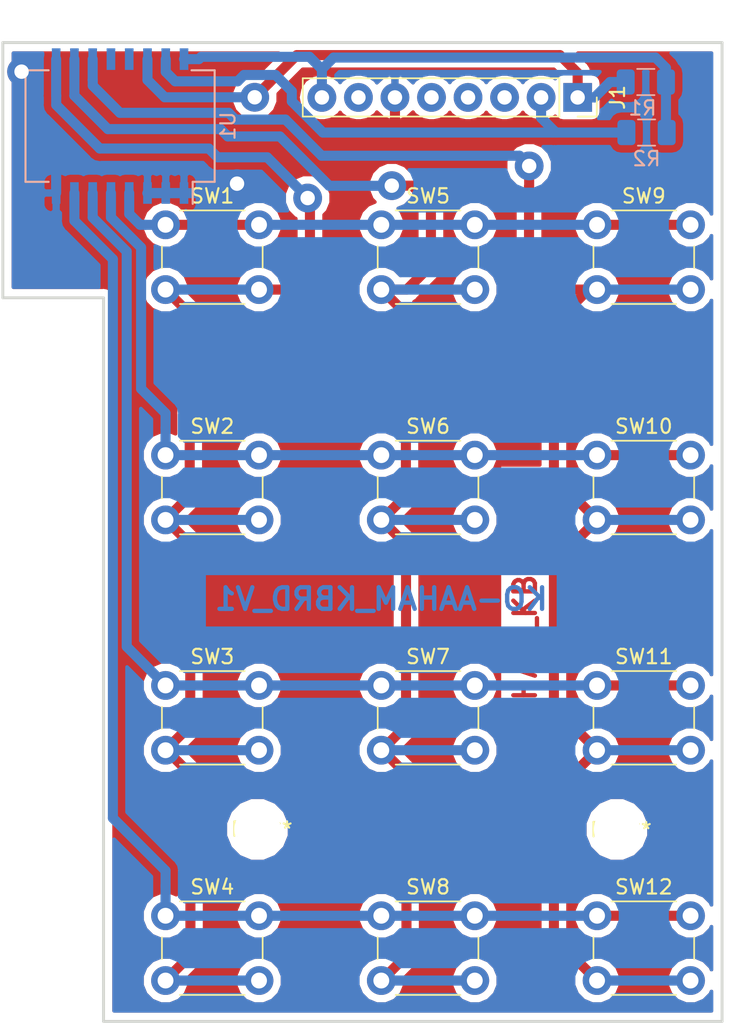
<source format=kicad_pcb>
(kicad_pcb (version 20171130) (host pcbnew 5.0.2+dfsg1-1)

  (general
    (thickness 1.6)
    (drawings 22)
    (tracks 176)
    (zones 0)
    (modules 18)
    (nets 18)
  )

  (page A4)
  (layers
    (0 F.Cu signal)
    (31 B.Cu signal)
    (32 B.Adhes user)
    (33 F.Adhes user)
    (34 B.Paste user)
    (35 F.Paste user)
    (36 B.SilkS user)
    (37 F.SilkS user)
    (38 B.Mask user)
    (39 F.Mask user)
    (40 Dwgs.User user)
    (41 Cmts.User user)
    (42 Eco1.User user hide)
    (43 Eco2.User user)
    (44 Edge.Cuts user)
    (45 Margin user)
    (46 B.CrtYd user)
    (47 F.CrtYd user)
    (48 B.Fab user)
    (49 F.Fab user)
  )

  (setup
    (last_trace_width 0.25)
    (user_trace_width 0.2)
    (user_trace_width 0.3)
    (user_trace_width 0.4)
    (user_trace_width 0.5)
    (user_trace_width 0.7)
    (user_trace_width 1)
    (user_trace_width 2)
    (user_trace_width 3)
    (trace_clearance 0.2)
    (zone_clearance 0.508)
    (zone_45_only no)
    (trace_min 0.2)
    (segment_width 0.2)
    (edge_width 0.2)
    (via_size 0.8)
    (via_drill 0.4)
    (via_min_size 0.4)
    (via_min_drill 0.3)
    (uvia_size 0.3)
    (uvia_drill 0.1)
    (uvias_allowed no)
    (uvia_min_size 0.2)
    (uvia_min_drill 0.1)
    (pcb_text_width 0.3)
    (pcb_text_size 1.5 1.5)
    (mod_edge_width 0.15)
    (mod_text_size 1 1)
    (mod_text_width 0.15)
    (pad_size 1.8 3)
    (pad_drill 1.2)
    (pad_to_mask_clearance 0.051)
    (solder_mask_min_width 0.25)
    (aux_axis_origin 0 0)
    (visible_elements FFFFFF7F)
    (pcbplotparams
      (layerselection 0x3100c_ffffffff)
      (usegerberextensions false)
      (usegerberattributes false)
      (usegerberadvancedattributes false)
      (creategerberjobfile false)
      (excludeedgelayer true)
      (linewidth 0.100000)
      (plotframeref false)
      (viasonmask false)
      (mode 1)
      (useauxorigin false)
      (hpglpennumber 1)
      (hpglpenspeed 20)
      (hpglpendiameter 15.000000)
      (psnegative false)
      (psa4output false)
      (plotreference true)
      (plotvalue true)
      (plotinvisibletext false)
      (padsonsilk false)
      (subtractmaskfromsilk false)
      (outputformat 1)
      (mirror false)
      (drillshape 0)
      (scaleselection 1)
      (outputdirectory "EXPORT/"))
  )

  (net 0 "")
  (net 1 R4)
  (net 2 R3)
  (net 3 R2)
  (net 4 R1)
  (net 5 +3V3)
  (net 6 "Net-(J1-Pad4)")
  (net 7 GND)
  (net 8 C1)
  (net 9 C2)
  (net 10 C3)
  (net 11 "Net-(J1-Pad5)")
  (net 12 "Net-(J1-Pad7)")
  (net 13 "Net-(U1-Pad12)")
  (net 14 SDA)
  (net 15 SCL)
  (net 16 "Net-(J1-Pad3)")
  (net 17 "Net-(U1-Pad13)")

  (net_class Default "This is the default net class."
    (clearance 0.2)
    (trace_width 0.25)
    (via_dia 0.8)
    (via_drill 0.4)
    (uvia_dia 0.3)
    (uvia_drill 0.1)
    (add_net +3V3)
    (add_net C1)
    (add_net C2)
    (add_net C3)
    (add_net GND)
    (add_net "Net-(J1-Pad3)")
    (add_net "Net-(J1-Pad4)")
    (add_net "Net-(J1-Pad5)")
    (add_net "Net-(J1-Pad7)")
    (add_net "Net-(U1-Pad12)")
    (add_net "Net-(U1-Pad13)")
    (add_net R1)
    (add_net R2)
    (add_net R3)
    (add_net R4)
    (add_net SCL)
    (add_net SDA)
  )

  (module Resistor_SMD:R_1206_3216Metric (layer B.Cu) (tedit 5B301BBD) (tstamp 6122C85E)
    (at 110.44 42.59)
    (descr "Resistor SMD 1206 (3216 Metric), square (rectangular) end terminal, IPC_7351 nominal, (Body size source: http://www.tortai-tech.com/upload/download/2011102023233369053.pdf), generated with kicad-footprint-generator")
    (tags resistor)
    (path /611172A4)
    (attr smd)
    (fp_text reference R2 (at 0 1.82) (layer B.SilkS)
      (effects (font (size 1 1) (thickness 0.15)) (justify mirror))
    )
    (fp_text value 4.7k (at 0 -1.82) (layer B.Fab)
      (effects (font (size 1 1) (thickness 0.15)) (justify mirror))
    )
    (fp_line (start -1.6 -0.8) (end -1.6 0.8) (layer B.Fab) (width 0.1))
    (fp_line (start -1.6 0.8) (end 1.6 0.8) (layer B.Fab) (width 0.1))
    (fp_line (start 1.6 0.8) (end 1.6 -0.8) (layer B.Fab) (width 0.1))
    (fp_line (start 1.6 -0.8) (end -1.6 -0.8) (layer B.Fab) (width 0.1))
    (fp_line (start -0.602064 0.91) (end 0.602064 0.91) (layer B.SilkS) (width 0.12))
    (fp_line (start -0.602064 -0.91) (end 0.602064 -0.91) (layer B.SilkS) (width 0.12))
    (fp_line (start -2.28 -1.12) (end -2.28 1.12) (layer B.CrtYd) (width 0.05))
    (fp_line (start -2.28 1.12) (end 2.28 1.12) (layer B.CrtYd) (width 0.05))
    (fp_line (start 2.28 1.12) (end 2.28 -1.12) (layer B.CrtYd) (width 0.05))
    (fp_line (start 2.28 -1.12) (end -2.28 -1.12) (layer B.CrtYd) (width 0.05))
    (fp_text user %R (at 0 0) (layer B.Fab)
      (effects (font (size 0.8 0.8) (thickness 0.12)) (justify mirror))
    )
    (pad 1 smd roundrect (at -1.4 0) (size 1.25 1.75) (layers B.Cu B.Paste B.Mask) (roundrect_rratio 0.2)
      (net 14 SDA))
    (pad 2 smd roundrect (at 1.4 0) (size 1.25 1.75) (layers B.Cu B.Paste B.Mask) (roundrect_rratio 0.2)
      (net 5 +3V3))
    (model ${KISYS3DMOD}/Resistor_SMD.3dshapes/R_1206_3216Metric.wrl
      (at (xyz 0 0 0))
      (scale (xyz 1 1 1))
      (rotate (xyz 0 0 0))
    )
  )

  (module MountingHole:MountingHole_3.2mm_M3 (layer F.Cu) (tedit 56D1B4CB) (tstamp 6122C830)
    (at 83.39 91)
    (descr "Mounting Hole 3.2mm, no annular, M3")
    (tags "mounting hole 3.2mm no annular m3")
    (attr virtual)
    (fp_text reference REF** (at 0.3 -0.01) (layer F.SilkS)
      (effects (font (size 1 1) (thickness 0.15)))
    )
    (fp_text value MountingHole_3.2mm_M3 (at 0 4.2) (layer F.Fab)
      (effects (font (size 1 1) (thickness 0.15)))
    )
    (fp_text user %R (at 0.3 0) (layer F.Fab)
      (effects (font (size 1 1) (thickness 0.15)))
    )
    (fp_circle (center 0 0) (end 3.2 0) (layer Cmts.User) (width 0.15))
    (fp_circle (center 0 0) (end 3.45 0) (layer F.CrtYd) (width 0.05))
    (pad 1 np_thru_hole circle (at 0 0) (size 3.2 3.2) (drill 3.2) (layers *.Cu *.Mask))
  )

  (module MountingHole:MountingHole_3.2mm_M3 (layer F.Cu) (tedit 56D1B4CB) (tstamp 6122C828)
    (at 108.38 91)
    (descr "Mounting Hole 3.2mm, no annular, M3")
    (tags "mounting hole 3.2mm no annular m3")
    (attr virtual)
    (fp_text reference REF** (at 0.28 0.03) (layer F.SilkS)
      (effects (font (size 1 1) (thickness 0.15)))
    )
    (fp_text value MountingHole_3.2mm_M3 (at 0 4.2) (layer F.Fab)
      (effects (font (size 1 1) (thickness 0.15)))
    )
    (fp_circle (center 0 0) (end 3.45 0) (layer F.CrtYd) (width 0.05))
    (fp_circle (center 0 0) (end 3.2 0) (layer Cmts.User) (width 0.15))
    (fp_text user %R (at 0.3 0) (layer F.Fab)
      (effects (font (size 1 1) (thickness 0.15)))
    )
    (pad 1 np_thru_hole circle (at 0 0) (size 3.2 3.2) (drill 3.2) (layers *.Cu *.Mask))
  )

  (module Connector_PinSocket_2.54mm:PinSocket_1x08_P2.54mm_Vertical (layer F.Cu) (tedit 6107A864) (tstamp 6122C80B)
    (at 105.65 40.15 270)
    (descr "Through hole straight socket strip, 1x08, 2.54mm pitch, single row (from Kicad 4.0.7), script generated")
    (tags "Through hole socket strip THT 1x08 2.54mm single row")
    (path /610525E9)
    (fp_text reference J1 (at 0 -2.77 270) (layer F.SilkS)
      (effects (font (size 1 1) (thickness 0.15)))
    )
    (fp_text value Conn_01x08_Male (at 0 20.55 270) (layer F.Fab)
      (effects (font (size 1 1) (thickness 0.15)))
    )
    (fp_text user %R (at 0 8.89) (layer F.Fab)
      (effects (font (size 1 1) (thickness 0.15)))
    )
    (fp_line (start -1.8 19.55) (end -1.8 -1.8) (layer F.CrtYd) (width 0.05))
    (fp_line (start 1.75 19.55) (end -1.8 19.55) (layer F.CrtYd) (width 0.05))
    (fp_line (start 1.75 -1.8) (end 1.75 19.55) (layer F.CrtYd) (width 0.05))
    (fp_line (start -1.8 -1.8) (end 1.75 -1.8) (layer F.CrtYd) (width 0.05))
    (fp_line (start 0 -1.33) (end 1.33 -1.33) (layer F.SilkS) (width 0.12))
    (fp_line (start 1.33 -1.33) (end 1.33 0) (layer F.SilkS) (width 0.12))
    (fp_line (start 1.33 1.27) (end 1.33 19.11) (layer F.SilkS) (width 0.12))
    (fp_line (start -1.33 19.11) (end 1.33 19.11) (layer F.SilkS) (width 0.12))
    (fp_line (start -1.33 1.27) (end -1.33 19.11) (layer F.SilkS) (width 0.12))
    (fp_line (start -1.33 1.27) (end 1.33 1.27) (layer F.SilkS) (width 0.12))
    (fp_line (start -1.27 19.05) (end -1.27 -1.27) (layer F.Fab) (width 0.1))
    (fp_line (start 1.27 19.05) (end -1.27 19.05) (layer F.Fab) (width 0.1))
    (fp_line (start 1.27 -0.635) (end 1.27 19.05) (layer F.Fab) (width 0.1))
    (fp_line (start 0.635 -1.27) (end 1.27 -0.635) (layer F.Fab) (width 0.1))
    (fp_line (start -1.27 -1.27) (end 0.635 -1.27) (layer F.Fab) (width 0.1))
    (pad 8 thru_hole oval (at 0 17.78 270) (size 2 2) (drill 1) (layers *.Cu *.Mask)
      (net 5 +3V3))
    (pad 7 thru_hole oval (at 0 15.24 270) (size 2 2) (drill 1) (layers *.Cu *.Mask)
      (net 12 "Net-(J1-Pad7)"))
    (pad 6 thru_hole oval (at 0 12.7 270) (size 2 2) (drill 1) (layers *.Cu *.Mask)
      (net 7 GND))
    (pad 5 thru_hole oval (at 0 10.16 270) (size 2 2) (drill 1) (layers *.Cu *.Mask)
      (net 11 "Net-(J1-Pad5)"))
    (pad 4 thru_hole oval (at 0 7.62 270) (size 2 2) (drill 1) (layers *.Cu *.Mask)
      (net 6 "Net-(J1-Pad4)"))
    (pad 3 thru_hole oval (at 0 5.08 270) (size 2 2) (drill 1) (layers *.Cu *.Mask)
      (net 16 "Net-(J1-Pad3)"))
    (pad 2 thru_hole oval (at 0 2.54 270) (size 2 2) (drill 1) (layers *.Cu *.Mask)
      (net 14 SDA))
    (pad 1 thru_hole rect (at 0 0 270) (size 2 2) (drill 1) (layers *.Cu *.Mask)
      (net 15 SCL))
    (model ${KISYS3DMOD}/Connector_PinSocket_2.54mm.3dshapes/PinSocket_1x08_P2.54mm_Vertical.wrl
      (at (xyz 0 0 0))
      (scale (xyz 1 1 1))
      (rotate (xyz 0 0 0))
    )
  )

  (module Resistor_SMD:R_1206_3216Metric (layer B.Cu) (tedit 5B301BBD) (tstamp 6122C754)
    (at 110.39 39.08 180)
    (descr "Resistor SMD 1206 (3216 Metric), square (rectangular) end terminal, IPC_7351 nominal, (Body size source: http://www.tortai-tech.com/upload/download/2011102023233369053.pdf), generated with kicad-footprint-generator")
    (tags resistor)
    (path /61116E17)
    (attr smd)
    (fp_text reference R1 (at 0.23 -1.81 180) (layer B.SilkS)
      (effects (font (size 1 1) (thickness 0.15)) (justify mirror))
    )
    (fp_text value 4.7k (at 0 -1.82 180) (layer B.Fab)
      (effects (font (size 1 1) (thickness 0.15)) (justify mirror))
    )
    (fp_text user %R (at 0 0 180) (layer B.Fab)
      (effects (font (size 0.8 0.8) (thickness 0.12)) (justify mirror))
    )
    (fp_line (start 2.28 -1.12) (end -2.28 -1.12) (layer B.CrtYd) (width 0.05))
    (fp_line (start 2.28 1.12) (end 2.28 -1.12) (layer B.CrtYd) (width 0.05))
    (fp_line (start -2.28 1.12) (end 2.28 1.12) (layer B.CrtYd) (width 0.05))
    (fp_line (start -2.28 -1.12) (end -2.28 1.12) (layer B.CrtYd) (width 0.05))
    (fp_line (start -0.602064 -0.91) (end 0.602064 -0.91) (layer B.SilkS) (width 0.12))
    (fp_line (start -0.602064 0.91) (end 0.602064 0.91) (layer B.SilkS) (width 0.12))
    (fp_line (start 1.6 -0.8) (end -1.6 -0.8) (layer B.Fab) (width 0.1))
    (fp_line (start 1.6 0.8) (end 1.6 -0.8) (layer B.Fab) (width 0.1))
    (fp_line (start -1.6 0.8) (end 1.6 0.8) (layer B.Fab) (width 0.1))
    (fp_line (start -1.6 -0.8) (end -1.6 0.8) (layer B.Fab) (width 0.1))
    (pad 2 smd roundrect (at 1.4 0 180) (size 1.25 1.75) (layers B.Cu B.Paste B.Mask) (roundrect_rratio 0.2)
      (net 15 SCL))
    (pad 1 smd roundrect (at -1.4 0 180) (size 1.25 1.75) (layers B.Cu B.Paste B.Mask) (roundrect_rratio 0.2)
      (net 5 +3V3))
    (model ${KISYS3DMOD}/Resistor_SMD.3dshapes/R_1206_3216Metric.wrl
      (at (xyz 0 0 0))
      (scale (xyz 1 1 1))
      (rotate (xyz 0 0 0))
    )
  )

  (module Package_SO:SOIC-16W_7.5x12.8mm_P1.27mm (layer B.Cu) (tedit 5A02F2D3) (tstamp 61242AEA)
    (at 73.84 42.14 90)
    (descr "16-Lead Plastic Small Outline (SO) - Wide, 7.50 mm x 12.8 mm Body (http://www.analog.com/media/en/technical-documentation/data-sheets/ADuM6000.PDF)")
    (tags "SOIC 1.27")
    (path /61112237)
    (attr smd)
    (fp_text reference U1 (at 0 7.5 90) (layer B.SilkS)
      (effects (font (size 1 1) (thickness 0.15)) (justify mirror))
    )
    (fp_text value PCF8574 (at 0 -7.5 90) (layer B.Fab)
      (effects (font (size 1 1) (thickness 0.15)) (justify mirror))
    )
    (fp_text user %R (at 0 0 90) (layer B.Fab)
      (effects (font (size 1 1) (thickness 0.15)) (justify mirror))
    )
    (fp_line (start -2.75 6.4) (end 3.75 6.4) (layer B.Fab) (width 0.15))
    (fp_line (start 3.75 6.4) (end 3.75 -6.4) (layer B.Fab) (width 0.15))
    (fp_line (start 3.75 -6.4) (end -3.75 -6.4) (layer B.Fab) (width 0.15))
    (fp_line (start -3.75 -6.4) (end -3.75 5.4) (layer B.Fab) (width 0.15))
    (fp_line (start -3.75 5.4) (end -2.75 6.4) (layer B.Fab) (width 0.15))
    (fp_line (start -5.65 6.75) (end -5.65 -6.75) (layer B.CrtYd) (width 0.05))
    (fp_line (start 5.65 6.75) (end 5.65 -6.75) (layer B.CrtYd) (width 0.05))
    (fp_line (start -5.65 6.75) (end 5.65 6.75) (layer B.CrtYd) (width 0.05))
    (fp_line (start -5.65 -6.75) (end 5.65 -6.75) (layer B.CrtYd) (width 0.05))
    (fp_line (start -3.875 6.575) (end -3.875 5.05) (layer B.SilkS) (width 0.15))
    (fp_line (start 3.875 6.575) (end 3.875 4.97) (layer B.SilkS) (width 0.15))
    (fp_line (start 3.875 -6.575) (end 3.875 -4.97) (layer B.SilkS) (width 0.15))
    (fp_line (start -3.875 -6.575) (end -3.875 -4.97) (layer B.SilkS) (width 0.15))
    (fp_line (start -3.875 6.575) (end 3.875 6.575) (layer B.SilkS) (width 0.15))
    (fp_line (start -3.875 -6.575) (end 3.875 -6.575) (layer B.SilkS) (width 0.15))
    (fp_line (start -3.875 5.05) (end -5.4 5.05) (layer B.SilkS) (width 0.15))
    (pad 1 smd rect (at -4.65 4.445 90) (size 1.5 0.6) (layers B.Cu B.Paste B.Mask)
      (net 7 GND))
    (pad 2 smd rect (at -4.65 3.175 90) (size 1.5 0.6) (layers B.Cu B.Paste B.Mask)
      (net 7 GND))
    (pad 3 smd rect (at -4.65 1.905 90) (size 1.5 0.6) (layers B.Cu B.Paste B.Mask)
      (net 7 GND))
    (pad 4 smd rect (at -4.65 0.635 90) (size 1.5 0.6) (layers B.Cu B.Paste B.Mask)
      (net 4 R1))
    (pad 5 smd rect (at -4.65 -0.635 90) (size 1.5 0.6) (layers B.Cu B.Paste B.Mask)
      (net 3 R2))
    (pad 6 smd rect (at -4.65 -1.905 90) (size 1.5 0.6) (layers B.Cu B.Paste B.Mask)
      (net 2 R3))
    (pad 7 smd rect (at -4.65 -3.175 90) (size 1.5 0.6) (layers B.Cu B.Paste B.Mask)
      (net 1 R4))
    (pad 8 smd rect (at -4.65 -4.445 90) (size 1.5 0.6) (layers B.Cu B.Paste B.Mask)
      (net 7 GND))
    (pad 9 smd rect (at 4.65 -4.445 90) (size 1.5 0.6) (layers B.Cu B.Paste B.Mask)
      (net 8 C1))
    (pad 10 smd rect (at 4.65 -3.175 90) (size 1.5 0.6) (layers B.Cu B.Paste B.Mask)
      (net 9 C2))
    (pad 11 smd rect (at 4.65 -1.905 90) (size 1.5 0.6) (layers B.Cu B.Paste B.Mask)
      (net 10 C3))
    (pad 12 smd rect (at 4.65 -0.635 90) (size 1.5 0.6) (layers B.Cu B.Paste B.Mask)
      (net 13 "Net-(U1-Pad12)"))
    (pad 13 smd rect (at 4.65 0.635 90) (size 1.5 0.6) (layers B.Cu B.Paste B.Mask)
      (net 17 "Net-(U1-Pad13)"))
    (pad 14 smd rect (at 4.65 1.905 90) (size 1.5 0.6) (layers B.Cu B.Paste B.Mask)
      (net 15 SCL))
    (pad 15 smd rect (at 4.65 3.175 90) (size 1.5 0.6) (layers B.Cu B.Paste B.Mask)
      (net 14 SDA))
    (pad 16 smd rect (at 4.65 4.445 90) (size 1.5 0.6) (layers B.Cu B.Paste B.Mask)
      (net 5 +3V3))
    (model ${KISYS3DMOD}/Package_SO.3dshapes/SOIC-16W_7.5x12.8mm_P1.27mm.wrl
      (at (xyz 0 0 0))
      (scale (xyz 1 1 1))
      (rotate (xyz 0 0 0))
    )
  )

  (module Button_Switch_THT:SW_PUSH_6mm_H7.3mm (layer F.Cu) (tedit 5A02FE31) (tstamp 613BAA2E)
    (at 77 49)
    (descr "tactile push button, 6x6mm e.g. PHAP33xx series, height=7.3mm")
    (tags "tact sw push 6mm")
    (path /61052529)
    (fp_text reference SW1 (at 3.25 -2) (layer F.SilkS)
      (effects (font (size 1 1) (thickness 0.15)))
    )
    (fp_text value 1 (at 3.75 6.7) (layer F.Fab)
      (effects (font (size 1 1) (thickness 0.15)))
    )
    (fp_text user %R (at 3.25 2.25) (layer F.Fab)
      (effects (font (size 1 1) (thickness 0.15)))
    )
    (fp_line (start 3.25 -0.75) (end 6.25 -0.75) (layer F.Fab) (width 0.1))
    (fp_line (start 6.25 -0.75) (end 6.25 5.25) (layer F.Fab) (width 0.1))
    (fp_line (start 6.25 5.25) (end 0.25 5.25) (layer F.Fab) (width 0.1))
    (fp_line (start 0.25 5.25) (end 0.25 -0.75) (layer F.Fab) (width 0.1))
    (fp_line (start 0.25 -0.75) (end 3.25 -0.75) (layer F.Fab) (width 0.1))
    (fp_line (start 7.75 6) (end 8 6) (layer F.CrtYd) (width 0.05))
    (fp_line (start 8 6) (end 8 5.75) (layer F.CrtYd) (width 0.05))
    (fp_line (start 7.75 -1.5) (end 8 -1.5) (layer F.CrtYd) (width 0.05))
    (fp_line (start 8 -1.5) (end 8 -1.25) (layer F.CrtYd) (width 0.05))
    (fp_line (start -1.5 -1.25) (end -1.5 -1.5) (layer F.CrtYd) (width 0.05))
    (fp_line (start -1.5 -1.5) (end -1.25 -1.5) (layer F.CrtYd) (width 0.05))
    (fp_line (start -1.5 5.75) (end -1.5 6) (layer F.CrtYd) (width 0.05))
    (fp_line (start -1.5 6) (end -1.25 6) (layer F.CrtYd) (width 0.05))
    (fp_line (start -1.25 -1.5) (end 7.75 -1.5) (layer F.CrtYd) (width 0.05))
    (fp_line (start -1.5 5.75) (end -1.5 -1.25) (layer F.CrtYd) (width 0.05))
    (fp_line (start 7.75 6) (end -1.25 6) (layer F.CrtYd) (width 0.05))
    (fp_line (start 8 -1.25) (end 8 5.75) (layer F.CrtYd) (width 0.05))
    (fp_line (start 1 5.5) (end 5.5 5.5) (layer F.SilkS) (width 0.12))
    (fp_line (start -0.25 1.5) (end -0.25 3) (layer F.SilkS) (width 0.12))
    (fp_line (start 5.5 -1) (end 1 -1) (layer F.SilkS) (width 0.12))
    (fp_line (start 6.75 3) (end 6.75 1.5) (layer F.SilkS) (width 0.12))
    (fp_circle (center 3.25 2.25) (end 1.25 2.5) (layer F.Fab) (width 0.1))
    (pad 2 thru_hole circle (at 0 4.5 90) (size 2 2) (drill 1.1) (layers *.Cu *.Mask)
      (net 8 C1))
    (pad 1 thru_hole circle (at 0 0 90) (size 2 2) (drill 1.1) (layers *.Cu *.Mask)
      (net 4 R1))
    (pad 2 thru_hole circle (at 6.5 4.5 90) (size 2 2) (drill 1.1) (layers *.Cu *.Mask)
      (net 8 C1))
    (pad 1 thru_hole circle (at 6.5 0 90) (size 2 2) (drill 1.1) (layers *.Cu *.Mask)
      (net 4 R1))
    (model ${KISYS3DMOD}/Button_Switch_THT.3dshapes/SW_PUSH_6mm_H7.3mm.wrl
      (at (xyz 0 0 0))
      (scale (xyz 1 1 1))
      (rotate (xyz 0 0 0))
    )
  )

  (module Button_Switch_THT:SW_PUSH_6mm_H7.3mm (layer F.Cu) (tedit 5A02FE31) (tstamp 613BAA4D)
    (at 77 65)
    (descr "tactile push button, 6x6mm e.g. PHAP33xx series, height=7.3mm")
    (tags "tact sw push 6mm")
    (path /6105255F)
    (fp_text reference SW2 (at 3.25 -2) (layer F.SilkS)
      (effects (font (size 1 1) (thickness 0.15)))
    )
    (fp_text value 4 (at 3.75 6.7) (layer F.Fab)
      (effects (font (size 1 1) (thickness 0.15)))
    )
    (fp_circle (center 3.25 2.25) (end 1.25 2.5) (layer F.Fab) (width 0.1))
    (fp_line (start 6.75 3) (end 6.75 1.5) (layer F.SilkS) (width 0.12))
    (fp_line (start 5.5 -1) (end 1 -1) (layer F.SilkS) (width 0.12))
    (fp_line (start -0.25 1.5) (end -0.25 3) (layer F.SilkS) (width 0.12))
    (fp_line (start 1 5.5) (end 5.5 5.5) (layer F.SilkS) (width 0.12))
    (fp_line (start 8 -1.25) (end 8 5.75) (layer F.CrtYd) (width 0.05))
    (fp_line (start 7.75 6) (end -1.25 6) (layer F.CrtYd) (width 0.05))
    (fp_line (start -1.5 5.75) (end -1.5 -1.25) (layer F.CrtYd) (width 0.05))
    (fp_line (start -1.25 -1.5) (end 7.75 -1.5) (layer F.CrtYd) (width 0.05))
    (fp_line (start -1.5 6) (end -1.25 6) (layer F.CrtYd) (width 0.05))
    (fp_line (start -1.5 5.75) (end -1.5 6) (layer F.CrtYd) (width 0.05))
    (fp_line (start -1.5 -1.5) (end -1.25 -1.5) (layer F.CrtYd) (width 0.05))
    (fp_line (start -1.5 -1.25) (end -1.5 -1.5) (layer F.CrtYd) (width 0.05))
    (fp_line (start 8 -1.5) (end 8 -1.25) (layer F.CrtYd) (width 0.05))
    (fp_line (start 7.75 -1.5) (end 8 -1.5) (layer F.CrtYd) (width 0.05))
    (fp_line (start 8 6) (end 8 5.75) (layer F.CrtYd) (width 0.05))
    (fp_line (start 7.75 6) (end 8 6) (layer F.CrtYd) (width 0.05))
    (fp_line (start 0.25 -0.75) (end 3.25 -0.75) (layer F.Fab) (width 0.1))
    (fp_line (start 0.25 5.25) (end 0.25 -0.75) (layer F.Fab) (width 0.1))
    (fp_line (start 6.25 5.25) (end 0.25 5.25) (layer F.Fab) (width 0.1))
    (fp_line (start 6.25 -0.75) (end 6.25 5.25) (layer F.Fab) (width 0.1))
    (fp_line (start 3.25 -0.75) (end 6.25 -0.75) (layer F.Fab) (width 0.1))
    (fp_text user %R (at 3.25 2.25) (layer F.Fab)
      (effects (font (size 1 1) (thickness 0.15)))
    )
    (pad 1 thru_hole circle (at 6.5 0 90) (size 2 2) (drill 1.1) (layers *.Cu *.Mask)
      (net 3 R2))
    (pad 2 thru_hole circle (at 6.5 4.5 90) (size 2 2) (drill 1.1) (layers *.Cu *.Mask)
      (net 8 C1))
    (pad 1 thru_hole circle (at 0 0 90) (size 2 2) (drill 1.1) (layers *.Cu *.Mask)
      (net 3 R2))
    (pad 2 thru_hole circle (at 0 4.5 90) (size 2 2) (drill 1.1) (layers *.Cu *.Mask)
      (net 8 C1))
    (model ${KISYS3DMOD}/Button_Switch_THT.3dshapes/SW_PUSH_6mm_H7.3mm.wrl
      (at (xyz 0 0 0))
      (scale (xyz 1 1 1))
      (rotate (xyz 0 0 0))
    )
  )

  (module Button_Switch_THT:SW_PUSH_6mm_H7.3mm (layer F.Cu) (tedit 5A02FE31) (tstamp 613BAA6C)
    (at 77 81)
    (descr "tactile push button, 6x6mm e.g. PHAP33xx series, height=7.3mm")
    (tags "tact sw push 6mm")
    (path /61052553)
    (fp_text reference SW3 (at 3.25 -2) (layer F.SilkS)
      (effects (font (size 1 1) (thickness 0.15)))
    )
    (fp_text value 7 (at 3.75 6.7) (layer F.Fab)
      (effects (font (size 1 1) (thickness 0.15)))
    )
    (fp_circle (center 3.25 2.25) (end 1.25 2.5) (layer F.Fab) (width 0.1))
    (fp_line (start 6.75 3) (end 6.75 1.5) (layer F.SilkS) (width 0.12))
    (fp_line (start 5.5 -1) (end 1 -1) (layer F.SilkS) (width 0.12))
    (fp_line (start -0.25 1.5) (end -0.25 3) (layer F.SilkS) (width 0.12))
    (fp_line (start 1 5.5) (end 5.5 5.5) (layer F.SilkS) (width 0.12))
    (fp_line (start 8 -1.25) (end 8 5.75) (layer F.CrtYd) (width 0.05))
    (fp_line (start 7.75 6) (end -1.25 6) (layer F.CrtYd) (width 0.05))
    (fp_line (start -1.5 5.75) (end -1.5 -1.25) (layer F.CrtYd) (width 0.05))
    (fp_line (start -1.25 -1.5) (end 7.75 -1.5) (layer F.CrtYd) (width 0.05))
    (fp_line (start -1.5 6) (end -1.25 6) (layer F.CrtYd) (width 0.05))
    (fp_line (start -1.5 5.75) (end -1.5 6) (layer F.CrtYd) (width 0.05))
    (fp_line (start -1.5 -1.5) (end -1.25 -1.5) (layer F.CrtYd) (width 0.05))
    (fp_line (start -1.5 -1.25) (end -1.5 -1.5) (layer F.CrtYd) (width 0.05))
    (fp_line (start 8 -1.5) (end 8 -1.25) (layer F.CrtYd) (width 0.05))
    (fp_line (start 7.75 -1.5) (end 8 -1.5) (layer F.CrtYd) (width 0.05))
    (fp_line (start 8 6) (end 8 5.75) (layer F.CrtYd) (width 0.05))
    (fp_line (start 7.75 6) (end 8 6) (layer F.CrtYd) (width 0.05))
    (fp_line (start 0.25 -0.75) (end 3.25 -0.75) (layer F.Fab) (width 0.1))
    (fp_line (start 0.25 5.25) (end 0.25 -0.75) (layer F.Fab) (width 0.1))
    (fp_line (start 6.25 5.25) (end 0.25 5.25) (layer F.Fab) (width 0.1))
    (fp_line (start 6.25 -0.75) (end 6.25 5.25) (layer F.Fab) (width 0.1))
    (fp_line (start 3.25 -0.75) (end 6.25 -0.75) (layer F.Fab) (width 0.1))
    (fp_text user %R (at 3.25 2.25) (layer F.Fab)
      (effects (font (size 1 1) (thickness 0.15)))
    )
    (pad 1 thru_hole circle (at 6.5 0 90) (size 2 2) (drill 1.1) (layers *.Cu *.Mask)
      (net 2 R3))
    (pad 2 thru_hole circle (at 6.5 4.5 90) (size 2 2) (drill 1.1) (layers *.Cu *.Mask)
      (net 8 C1))
    (pad 1 thru_hole circle (at 0 0 90) (size 2 2) (drill 1.1) (layers *.Cu *.Mask)
      (net 2 R3))
    (pad 2 thru_hole circle (at 0 4.5 90) (size 2 2) (drill 1.1) (layers *.Cu *.Mask)
      (net 8 C1))
    (model ${KISYS3DMOD}/Button_Switch_THT.3dshapes/SW_PUSH_6mm_H7.3mm.wrl
      (at (xyz 0 0 0))
      (scale (xyz 1 1 1))
      (rotate (xyz 0 0 0))
    )
  )

  (module Button_Switch_THT:SW_PUSH_6mm_H7.3mm (layer F.Cu) (tedit 5A02FE31) (tstamp 613BAA8B)
    (at 77 97)
    (descr "tactile push button, 6x6mm e.g. PHAP33xx series, height=7.3mm")
    (tags "tact sw push 6mm")
    (path /61052559)
    (fp_text reference SW4 (at 3.25 -2) (layer F.SilkS)
      (effects (font (size 1 1) (thickness 0.15)))
    )
    (fp_text value CLEAR (at 3.75 6.7) (layer F.Fab)
      (effects (font (size 1 1) (thickness 0.15)))
    )
    (fp_text user %R (at 3.25 2.25) (layer F.Fab)
      (effects (font (size 1 1) (thickness 0.15)))
    )
    (fp_line (start 3.25 -0.75) (end 6.25 -0.75) (layer F.Fab) (width 0.1))
    (fp_line (start 6.25 -0.75) (end 6.25 5.25) (layer F.Fab) (width 0.1))
    (fp_line (start 6.25 5.25) (end 0.25 5.25) (layer F.Fab) (width 0.1))
    (fp_line (start 0.25 5.25) (end 0.25 -0.75) (layer F.Fab) (width 0.1))
    (fp_line (start 0.25 -0.75) (end 3.25 -0.75) (layer F.Fab) (width 0.1))
    (fp_line (start 7.75 6) (end 8 6) (layer F.CrtYd) (width 0.05))
    (fp_line (start 8 6) (end 8 5.75) (layer F.CrtYd) (width 0.05))
    (fp_line (start 7.75 -1.5) (end 8 -1.5) (layer F.CrtYd) (width 0.05))
    (fp_line (start 8 -1.5) (end 8 -1.25) (layer F.CrtYd) (width 0.05))
    (fp_line (start -1.5 -1.25) (end -1.5 -1.5) (layer F.CrtYd) (width 0.05))
    (fp_line (start -1.5 -1.5) (end -1.25 -1.5) (layer F.CrtYd) (width 0.05))
    (fp_line (start -1.5 5.75) (end -1.5 6) (layer F.CrtYd) (width 0.05))
    (fp_line (start -1.5 6) (end -1.25 6) (layer F.CrtYd) (width 0.05))
    (fp_line (start -1.25 -1.5) (end 7.75 -1.5) (layer F.CrtYd) (width 0.05))
    (fp_line (start -1.5 5.75) (end -1.5 -1.25) (layer F.CrtYd) (width 0.05))
    (fp_line (start 7.75 6) (end -1.25 6) (layer F.CrtYd) (width 0.05))
    (fp_line (start 8 -1.25) (end 8 5.75) (layer F.CrtYd) (width 0.05))
    (fp_line (start 1 5.5) (end 5.5 5.5) (layer F.SilkS) (width 0.12))
    (fp_line (start -0.25 1.5) (end -0.25 3) (layer F.SilkS) (width 0.12))
    (fp_line (start 5.5 -1) (end 1 -1) (layer F.SilkS) (width 0.12))
    (fp_line (start 6.75 3) (end 6.75 1.5) (layer F.SilkS) (width 0.12))
    (fp_circle (center 3.25 2.25) (end 1.25 2.5) (layer F.Fab) (width 0.1))
    (pad 2 thru_hole circle (at 0 4.5 90) (size 2 2) (drill 1.1) (layers *.Cu *.Mask)
      (net 8 C1))
    (pad 1 thru_hole circle (at 0 0 90) (size 2 2) (drill 1.1) (layers *.Cu *.Mask)
      (net 1 R4))
    (pad 2 thru_hole circle (at 6.5 4.5 90) (size 2 2) (drill 1.1) (layers *.Cu *.Mask)
      (net 8 C1))
    (pad 1 thru_hole circle (at 6.5 0 90) (size 2 2) (drill 1.1) (layers *.Cu *.Mask)
      (net 1 R4))
    (model ${KISYS3DMOD}/Button_Switch_THT.3dshapes/SW_PUSH_6mm_H7.3mm.wrl
      (at (xyz 0 0 0))
      (scale (xyz 1 1 1))
      (rotate (xyz 0 0 0))
    )
  )

  (module Button_Switch_THT:SW_PUSH_6mm_H7.3mm (layer F.Cu) (tedit 5A02FE31) (tstamp 613BAAAA)
    (at 92 49)
    (descr "tactile push button, 6x6mm e.g. PHAP33xx series, height=7.3mm")
    (tags "tact sw push 6mm")
    (path /6105253B)
    (fp_text reference SW5 (at 3.25 -2) (layer F.SilkS)
      (effects (font (size 1 1) (thickness 0.15)))
    )
    (fp_text value 2 (at 3.75 6.7) (layer F.Fab)
      (effects (font (size 1 1) (thickness 0.15)))
    )
    (fp_circle (center 3.25 2.25) (end 1.25 2.5) (layer F.Fab) (width 0.1))
    (fp_line (start 6.75 3) (end 6.75 1.5) (layer F.SilkS) (width 0.12))
    (fp_line (start 5.5 -1) (end 1 -1) (layer F.SilkS) (width 0.12))
    (fp_line (start -0.25 1.5) (end -0.25 3) (layer F.SilkS) (width 0.12))
    (fp_line (start 1 5.5) (end 5.5 5.5) (layer F.SilkS) (width 0.12))
    (fp_line (start 8 -1.25) (end 8 5.75) (layer F.CrtYd) (width 0.05))
    (fp_line (start 7.75 6) (end -1.25 6) (layer F.CrtYd) (width 0.05))
    (fp_line (start -1.5 5.75) (end -1.5 -1.25) (layer F.CrtYd) (width 0.05))
    (fp_line (start -1.25 -1.5) (end 7.75 -1.5) (layer F.CrtYd) (width 0.05))
    (fp_line (start -1.5 6) (end -1.25 6) (layer F.CrtYd) (width 0.05))
    (fp_line (start -1.5 5.75) (end -1.5 6) (layer F.CrtYd) (width 0.05))
    (fp_line (start -1.5 -1.5) (end -1.25 -1.5) (layer F.CrtYd) (width 0.05))
    (fp_line (start -1.5 -1.25) (end -1.5 -1.5) (layer F.CrtYd) (width 0.05))
    (fp_line (start 8 -1.5) (end 8 -1.25) (layer F.CrtYd) (width 0.05))
    (fp_line (start 7.75 -1.5) (end 8 -1.5) (layer F.CrtYd) (width 0.05))
    (fp_line (start 8 6) (end 8 5.75) (layer F.CrtYd) (width 0.05))
    (fp_line (start 7.75 6) (end 8 6) (layer F.CrtYd) (width 0.05))
    (fp_line (start 0.25 -0.75) (end 3.25 -0.75) (layer F.Fab) (width 0.1))
    (fp_line (start 0.25 5.25) (end 0.25 -0.75) (layer F.Fab) (width 0.1))
    (fp_line (start 6.25 5.25) (end 0.25 5.25) (layer F.Fab) (width 0.1))
    (fp_line (start 6.25 -0.75) (end 6.25 5.25) (layer F.Fab) (width 0.1))
    (fp_line (start 3.25 -0.75) (end 6.25 -0.75) (layer F.Fab) (width 0.1))
    (fp_text user %R (at 3.25 2.25) (layer F.Fab)
      (effects (font (size 1 1) (thickness 0.15)))
    )
    (pad 1 thru_hole circle (at 6.5 0 90) (size 2 2) (drill 1.1) (layers *.Cu *.Mask)
      (net 4 R1))
    (pad 2 thru_hole circle (at 6.5 4.5 90) (size 2 2) (drill 1.1) (layers *.Cu *.Mask)
      (net 9 C2))
    (pad 1 thru_hole circle (at 0 0 90) (size 2 2) (drill 1.1) (layers *.Cu *.Mask)
      (net 4 R1))
    (pad 2 thru_hole circle (at 0 4.5 90) (size 2 2) (drill 1.1) (layers *.Cu *.Mask)
      (net 9 C2))
    (model ${KISYS3DMOD}/Button_Switch_THT.3dshapes/SW_PUSH_6mm_H7.3mm.wrl
      (at (xyz 0 0 0))
      (scale (xyz 1 1 1))
      (rotate (xyz 0 0 0))
    )
  )

  (module Button_Switch_THT:SW_PUSH_6mm_H7.3mm (layer F.Cu) (tedit 5A02FE31) (tstamp 613BAAC9)
    (at 92 65)
    (descr "tactile push button, 6x6mm e.g. PHAP33xx series, height=7.3mm")
    (tags "tact sw push 6mm")
    (path /6105252F)
    (fp_text reference SW6 (at 3.25 -2) (layer F.SilkS)
      (effects (font (size 1 1) (thickness 0.15)))
    )
    (fp_text value 5 (at 3.75 6.7) (layer F.Fab)
      (effects (font (size 1 1) (thickness 0.15)))
    )
    (fp_circle (center 3.25 2.25) (end 1.25 2.5) (layer F.Fab) (width 0.1))
    (fp_line (start 6.75 3) (end 6.75 1.5) (layer F.SilkS) (width 0.12))
    (fp_line (start 5.5 -1) (end 1 -1) (layer F.SilkS) (width 0.12))
    (fp_line (start -0.25 1.5) (end -0.25 3) (layer F.SilkS) (width 0.12))
    (fp_line (start 1 5.5) (end 5.5 5.5) (layer F.SilkS) (width 0.12))
    (fp_line (start 8 -1.25) (end 8 5.75) (layer F.CrtYd) (width 0.05))
    (fp_line (start 7.75 6) (end -1.25 6) (layer F.CrtYd) (width 0.05))
    (fp_line (start -1.5 5.75) (end -1.5 -1.25) (layer F.CrtYd) (width 0.05))
    (fp_line (start -1.25 -1.5) (end 7.75 -1.5) (layer F.CrtYd) (width 0.05))
    (fp_line (start -1.5 6) (end -1.25 6) (layer F.CrtYd) (width 0.05))
    (fp_line (start -1.5 5.75) (end -1.5 6) (layer F.CrtYd) (width 0.05))
    (fp_line (start -1.5 -1.5) (end -1.25 -1.5) (layer F.CrtYd) (width 0.05))
    (fp_line (start -1.5 -1.25) (end -1.5 -1.5) (layer F.CrtYd) (width 0.05))
    (fp_line (start 8 -1.5) (end 8 -1.25) (layer F.CrtYd) (width 0.05))
    (fp_line (start 7.75 -1.5) (end 8 -1.5) (layer F.CrtYd) (width 0.05))
    (fp_line (start 8 6) (end 8 5.75) (layer F.CrtYd) (width 0.05))
    (fp_line (start 7.75 6) (end 8 6) (layer F.CrtYd) (width 0.05))
    (fp_line (start 0.25 -0.75) (end 3.25 -0.75) (layer F.Fab) (width 0.1))
    (fp_line (start 0.25 5.25) (end 0.25 -0.75) (layer F.Fab) (width 0.1))
    (fp_line (start 6.25 5.25) (end 0.25 5.25) (layer F.Fab) (width 0.1))
    (fp_line (start 6.25 -0.75) (end 6.25 5.25) (layer F.Fab) (width 0.1))
    (fp_line (start 3.25 -0.75) (end 6.25 -0.75) (layer F.Fab) (width 0.1))
    (fp_text user %R (at 3.25 2.25) (layer F.Fab)
      (effects (font (size 1 1) (thickness 0.15)))
    )
    (pad 1 thru_hole circle (at 6.5 0 90) (size 2 2) (drill 1.1) (layers *.Cu *.Mask)
      (net 3 R2))
    (pad 2 thru_hole circle (at 6.5 4.5 90) (size 2 2) (drill 1.1) (layers *.Cu *.Mask)
      (net 9 C2))
    (pad 1 thru_hole circle (at 0 0 90) (size 2 2) (drill 1.1) (layers *.Cu *.Mask)
      (net 3 R2))
    (pad 2 thru_hole circle (at 0 4.5 90) (size 2 2) (drill 1.1) (layers *.Cu *.Mask)
      (net 9 C2))
    (model ${KISYS3DMOD}/Button_Switch_THT.3dshapes/SW_PUSH_6mm_H7.3mm.wrl
      (at (xyz 0 0 0))
      (scale (xyz 1 1 1))
      (rotate (xyz 0 0 0))
    )
  )

  (module Button_Switch_THT:SW_PUSH_6mm_H7.3mm (layer F.Cu) (tedit 5A02FE31) (tstamp 613BAAE8)
    (at 92 81)
    (descr "tactile push button, 6x6mm e.g. PHAP33xx series, height=7.3mm")
    (tags "tact sw push 6mm")
    (path /61052565)
    (fp_text reference SW7 (at 3.25 -2) (layer F.SilkS)
      (effects (font (size 1 1) (thickness 0.15)))
    )
    (fp_text value 8 (at 3.75 6.7) (layer F.Fab)
      (effects (font (size 1 1) (thickness 0.15)))
    )
    (fp_text user %R (at 3.25 2.25) (layer F.Fab)
      (effects (font (size 1 1) (thickness 0.15)))
    )
    (fp_line (start 3.25 -0.75) (end 6.25 -0.75) (layer F.Fab) (width 0.1))
    (fp_line (start 6.25 -0.75) (end 6.25 5.25) (layer F.Fab) (width 0.1))
    (fp_line (start 6.25 5.25) (end 0.25 5.25) (layer F.Fab) (width 0.1))
    (fp_line (start 0.25 5.25) (end 0.25 -0.75) (layer F.Fab) (width 0.1))
    (fp_line (start 0.25 -0.75) (end 3.25 -0.75) (layer F.Fab) (width 0.1))
    (fp_line (start 7.75 6) (end 8 6) (layer F.CrtYd) (width 0.05))
    (fp_line (start 8 6) (end 8 5.75) (layer F.CrtYd) (width 0.05))
    (fp_line (start 7.75 -1.5) (end 8 -1.5) (layer F.CrtYd) (width 0.05))
    (fp_line (start 8 -1.5) (end 8 -1.25) (layer F.CrtYd) (width 0.05))
    (fp_line (start -1.5 -1.25) (end -1.5 -1.5) (layer F.CrtYd) (width 0.05))
    (fp_line (start -1.5 -1.5) (end -1.25 -1.5) (layer F.CrtYd) (width 0.05))
    (fp_line (start -1.5 5.75) (end -1.5 6) (layer F.CrtYd) (width 0.05))
    (fp_line (start -1.5 6) (end -1.25 6) (layer F.CrtYd) (width 0.05))
    (fp_line (start -1.25 -1.5) (end 7.75 -1.5) (layer F.CrtYd) (width 0.05))
    (fp_line (start -1.5 5.75) (end -1.5 -1.25) (layer F.CrtYd) (width 0.05))
    (fp_line (start 7.75 6) (end -1.25 6) (layer F.CrtYd) (width 0.05))
    (fp_line (start 8 -1.25) (end 8 5.75) (layer F.CrtYd) (width 0.05))
    (fp_line (start 1 5.5) (end 5.5 5.5) (layer F.SilkS) (width 0.12))
    (fp_line (start -0.25 1.5) (end -0.25 3) (layer F.SilkS) (width 0.12))
    (fp_line (start 5.5 -1) (end 1 -1) (layer F.SilkS) (width 0.12))
    (fp_line (start 6.75 3) (end 6.75 1.5) (layer F.SilkS) (width 0.12))
    (fp_circle (center 3.25 2.25) (end 1.25 2.5) (layer F.Fab) (width 0.1))
    (pad 2 thru_hole circle (at 0 4.5 90) (size 2 2) (drill 1.1) (layers *.Cu *.Mask)
      (net 9 C2))
    (pad 1 thru_hole circle (at 0 0 90) (size 2 2) (drill 1.1) (layers *.Cu *.Mask)
      (net 2 R3))
    (pad 2 thru_hole circle (at 6.5 4.5 90) (size 2 2) (drill 1.1) (layers *.Cu *.Mask)
      (net 9 C2))
    (pad 1 thru_hole circle (at 6.5 0 90) (size 2 2) (drill 1.1) (layers *.Cu *.Mask)
      (net 2 R3))
    (model ${KISYS3DMOD}/Button_Switch_THT.3dshapes/SW_PUSH_6mm_H7.3mm.wrl
      (at (xyz 0 0 0))
      (scale (xyz 1 1 1))
      (rotate (xyz 0 0 0))
    )
  )

  (module Button_Switch_THT:SW_PUSH_6mm_H7.3mm (layer F.Cu) (tedit 5A02FE31) (tstamp 613BAB07)
    (at 92 97)
    (descr "tactile push button, 6x6mm e.g. PHAP33xx series, height=7.3mm")
    (tags "tact sw push 6mm")
    (path /61052547)
    (fp_text reference SW8 (at 3.25 -2) (layer F.SilkS)
      (effects (font (size 1 1) (thickness 0.15)))
    )
    (fp_text value 0 (at 3.75 6.7) (layer F.Fab)
      (effects (font (size 1 1) (thickness 0.15)))
    )
    (fp_circle (center 3.25 2.25) (end 1.25 2.5) (layer F.Fab) (width 0.1))
    (fp_line (start 6.75 3) (end 6.75 1.5) (layer F.SilkS) (width 0.12))
    (fp_line (start 5.5 -1) (end 1 -1) (layer F.SilkS) (width 0.12))
    (fp_line (start -0.25 1.5) (end -0.25 3) (layer F.SilkS) (width 0.12))
    (fp_line (start 1 5.5) (end 5.5 5.5) (layer F.SilkS) (width 0.12))
    (fp_line (start 8 -1.25) (end 8 5.75) (layer F.CrtYd) (width 0.05))
    (fp_line (start 7.75 6) (end -1.25 6) (layer F.CrtYd) (width 0.05))
    (fp_line (start -1.5 5.75) (end -1.5 -1.25) (layer F.CrtYd) (width 0.05))
    (fp_line (start -1.25 -1.5) (end 7.75 -1.5) (layer F.CrtYd) (width 0.05))
    (fp_line (start -1.5 6) (end -1.25 6) (layer F.CrtYd) (width 0.05))
    (fp_line (start -1.5 5.75) (end -1.5 6) (layer F.CrtYd) (width 0.05))
    (fp_line (start -1.5 -1.5) (end -1.25 -1.5) (layer F.CrtYd) (width 0.05))
    (fp_line (start -1.5 -1.25) (end -1.5 -1.5) (layer F.CrtYd) (width 0.05))
    (fp_line (start 8 -1.5) (end 8 -1.25) (layer F.CrtYd) (width 0.05))
    (fp_line (start 7.75 -1.5) (end 8 -1.5) (layer F.CrtYd) (width 0.05))
    (fp_line (start 8 6) (end 8 5.75) (layer F.CrtYd) (width 0.05))
    (fp_line (start 7.75 6) (end 8 6) (layer F.CrtYd) (width 0.05))
    (fp_line (start 0.25 -0.75) (end 3.25 -0.75) (layer F.Fab) (width 0.1))
    (fp_line (start 0.25 5.25) (end 0.25 -0.75) (layer F.Fab) (width 0.1))
    (fp_line (start 6.25 5.25) (end 0.25 5.25) (layer F.Fab) (width 0.1))
    (fp_line (start 6.25 -0.75) (end 6.25 5.25) (layer F.Fab) (width 0.1))
    (fp_line (start 3.25 -0.75) (end 6.25 -0.75) (layer F.Fab) (width 0.1))
    (fp_text user %R (at 3.25 2.25) (layer F.Fab)
      (effects (font (size 1 1) (thickness 0.15)))
    )
    (pad 1 thru_hole circle (at 6.5 0 90) (size 2 2) (drill 1.1) (layers *.Cu *.Mask)
      (net 1 R4))
    (pad 2 thru_hole circle (at 6.5 4.5 90) (size 2 2) (drill 1.1) (layers *.Cu *.Mask)
      (net 9 C2))
    (pad 1 thru_hole circle (at 0 0 90) (size 2 2) (drill 1.1) (layers *.Cu *.Mask)
      (net 1 R4))
    (pad 2 thru_hole circle (at 0 4.5 90) (size 2 2) (drill 1.1) (layers *.Cu *.Mask)
      (net 9 C2))
    (model ${KISYS3DMOD}/Button_Switch_THT.3dshapes/SW_PUSH_6mm_H7.3mm.wrl
      (at (xyz 0 0 0))
      (scale (xyz 1 1 1))
      (rotate (xyz 0 0 0))
    )
  )

  (module Button_Switch_THT:SW_PUSH_6mm_H7.3mm (layer F.Cu) (tedit 5A02FE31) (tstamp 613BAB26)
    (at 107 49)
    (descr "tactile push button, 6x6mm e.g. PHAP33xx series, height=7.3mm")
    (tags "tact sw push 6mm")
    (path /6105254D)
    (fp_text reference SW9 (at 3.25 -2) (layer F.SilkS)
      (effects (font (size 1 1) (thickness 0.15)))
    )
    (fp_text value 3 (at 3.75 6.7) (layer F.Fab)
      (effects (font (size 1 1) (thickness 0.15)))
    )
    (fp_text user %R (at 3.25 2.25) (layer F.Fab)
      (effects (font (size 1 1) (thickness 0.15)))
    )
    (fp_line (start 3.25 -0.75) (end 6.25 -0.75) (layer F.Fab) (width 0.1))
    (fp_line (start 6.25 -0.75) (end 6.25 5.25) (layer F.Fab) (width 0.1))
    (fp_line (start 6.25 5.25) (end 0.25 5.25) (layer F.Fab) (width 0.1))
    (fp_line (start 0.25 5.25) (end 0.25 -0.75) (layer F.Fab) (width 0.1))
    (fp_line (start 0.25 -0.75) (end 3.25 -0.75) (layer F.Fab) (width 0.1))
    (fp_line (start 7.75 6) (end 8 6) (layer F.CrtYd) (width 0.05))
    (fp_line (start 8 6) (end 8 5.75) (layer F.CrtYd) (width 0.05))
    (fp_line (start 7.75 -1.5) (end 8 -1.5) (layer F.CrtYd) (width 0.05))
    (fp_line (start 8 -1.5) (end 8 -1.25) (layer F.CrtYd) (width 0.05))
    (fp_line (start -1.5 -1.25) (end -1.5 -1.5) (layer F.CrtYd) (width 0.05))
    (fp_line (start -1.5 -1.5) (end -1.25 -1.5) (layer F.CrtYd) (width 0.05))
    (fp_line (start -1.5 5.75) (end -1.5 6) (layer F.CrtYd) (width 0.05))
    (fp_line (start -1.5 6) (end -1.25 6) (layer F.CrtYd) (width 0.05))
    (fp_line (start -1.25 -1.5) (end 7.75 -1.5) (layer F.CrtYd) (width 0.05))
    (fp_line (start -1.5 5.75) (end -1.5 -1.25) (layer F.CrtYd) (width 0.05))
    (fp_line (start 7.75 6) (end -1.25 6) (layer F.CrtYd) (width 0.05))
    (fp_line (start 8 -1.25) (end 8 5.75) (layer F.CrtYd) (width 0.05))
    (fp_line (start 1 5.5) (end 5.5 5.5) (layer F.SilkS) (width 0.12))
    (fp_line (start -0.25 1.5) (end -0.25 3) (layer F.SilkS) (width 0.12))
    (fp_line (start 5.5 -1) (end 1 -1) (layer F.SilkS) (width 0.12))
    (fp_line (start 6.75 3) (end 6.75 1.5) (layer F.SilkS) (width 0.12))
    (fp_circle (center 3.25 2.25) (end 1.25 2.5) (layer F.Fab) (width 0.1))
    (pad 2 thru_hole circle (at 0 4.5 90) (size 2 2) (drill 1.1) (layers *.Cu *.Mask)
      (net 10 C3))
    (pad 1 thru_hole circle (at 0 0 90) (size 2 2) (drill 1.1) (layers *.Cu *.Mask)
      (net 4 R1))
    (pad 2 thru_hole circle (at 6.5 4.5 90) (size 2 2) (drill 1.1) (layers *.Cu *.Mask)
      (net 10 C3))
    (pad 1 thru_hole circle (at 6.5 0 90) (size 2 2) (drill 1.1) (layers *.Cu *.Mask)
      (net 4 R1))
    (model ${KISYS3DMOD}/Button_Switch_THT.3dshapes/SW_PUSH_6mm_H7.3mm.wrl
      (at (xyz 0 0 0))
      (scale (xyz 1 1 1))
      (rotate (xyz 0 0 0))
    )
  )

  (module Button_Switch_THT:SW_PUSH_6mm_H7.3mm (layer F.Cu) (tedit 5A02FE31) (tstamp 613BAB45)
    (at 107 65)
    (descr "tactile push button, 6x6mm e.g. PHAP33xx series, height=7.3mm")
    (tags "tact sw push 6mm")
    (path /61052541)
    (fp_text reference SW10 (at 3.25 -2) (layer F.SilkS)
      (effects (font (size 1 1) (thickness 0.15)))
    )
    (fp_text value 6 (at 3.75 6.7) (layer F.Fab)
      (effects (font (size 1 1) (thickness 0.15)))
    )
    (fp_text user %R (at 3.25 2.25) (layer F.Fab)
      (effects (font (size 1 1) (thickness 0.15)))
    )
    (fp_line (start 3.25 -0.75) (end 6.25 -0.75) (layer F.Fab) (width 0.1))
    (fp_line (start 6.25 -0.75) (end 6.25 5.25) (layer F.Fab) (width 0.1))
    (fp_line (start 6.25 5.25) (end 0.25 5.25) (layer F.Fab) (width 0.1))
    (fp_line (start 0.25 5.25) (end 0.25 -0.75) (layer F.Fab) (width 0.1))
    (fp_line (start 0.25 -0.75) (end 3.25 -0.75) (layer F.Fab) (width 0.1))
    (fp_line (start 7.75 6) (end 8 6) (layer F.CrtYd) (width 0.05))
    (fp_line (start 8 6) (end 8 5.75) (layer F.CrtYd) (width 0.05))
    (fp_line (start 7.75 -1.5) (end 8 -1.5) (layer F.CrtYd) (width 0.05))
    (fp_line (start 8 -1.5) (end 8 -1.25) (layer F.CrtYd) (width 0.05))
    (fp_line (start -1.5 -1.25) (end -1.5 -1.5) (layer F.CrtYd) (width 0.05))
    (fp_line (start -1.5 -1.5) (end -1.25 -1.5) (layer F.CrtYd) (width 0.05))
    (fp_line (start -1.5 5.75) (end -1.5 6) (layer F.CrtYd) (width 0.05))
    (fp_line (start -1.5 6) (end -1.25 6) (layer F.CrtYd) (width 0.05))
    (fp_line (start -1.25 -1.5) (end 7.75 -1.5) (layer F.CrtYd) (width 0.05))
    (fp_line (start -1.5 5.75) (end -1.5 -1.25) (layer F.CrtYd) (width 0.05))
    (fp_line (start 7.75 6) (end -1.25 6) (layer F.CrtYd) (width 0.05))
    (fp_line (start 8 -1.25) (end 8 5.75) (layer F.CrtYd) (width 0.05))
    (fp_line (start 1 5.5) (end 5.5 5.5) (layer F.SilkS) (width 0.12))
    (fp_line (start -0.25 1.5) (end -0.25 3) (layer F.SilkS) (width 0.12))
    (fp_line (start 5.5 -1) (end 1 -1) (layer F.SilkS) (width 0.12))
    (fp_line (start 6.75 3) (end 6.75 1.5) (layer F.SilkS) (width 0.12))
    (fp_circle (center 3.25 2.25) (end 1.25 2.5) (layer F.Fab) (width 0.1))
    (pad 2 thru_hole circle (at 0 4.5 90) (size 2 2) (drill 1.1) (layers *.Cu *.Mask)
      (net 10 C3))
    (pad 1 thru_hole circle (at 0 0 90) (size 2 2) (drill 1.1) (layers *.Cu *.Mask)
      (net 3 R2))
    (pad 2 thru_hole circle (at 6.5 4.5 90) (size 2 2) (drill 1.1) (layers *.Cu *.Mask)
      (net 10 C3))
    (pad 1 thru_hole circle (at 6.5 0 90) (size 2 2) (drill 1.1) (layers *.Cu *.Mask)
      (net 3 R2))
    (model ${KISYS3DMOD}/Button_Switch_THT.3dshapes/SW_PUSH_6mm_H7.3mm.wrl
      (at (xyz 0 0 0))
      (scale (xyz 1 1 1))
      (rotate (xyz 0 0 0))
    )
  )

  (module Button_Switch_THT:SW_PUSH_6mm_H7.3mm (layer F.Cu) (tedit 5A02FE31) (tstamp 613BAB64)
    (at 107 81)
    (descr "tactile push button, 6x6mm e.g. PHAP33xx series, height=7.3mm")
    (tags "tact sw push 6mm")
    (path /61052535)
    (fp_text reference SW11 (at 3.25 -2) (layer F.SilkS)
      (effects (font (size 1 1) (thickness 0.15)))
    )
    (fp_text value 9 (at 3.75 6.7) (layer F.Fab)
      (effects (font (size 1 1) (thickness 0.15)))
    )
    (fp_text user %R (at 3.25 2.25) (layer F.Fab)
      (effects (font (size 1 1) (thickness 0.15)))
    )
    (fp_line (start 3.25 -0.75) (end 6.25 -0.75) (layer F.Fab) (width 0.1))
    (fp_line (start 6.25 -0.75) (end 6.25 5.25) (layer F.Fab) (width 0.1))
    (fp_line (start 6.25 5.25) (end 0.25 5.25) (layer F.Fab) (width 0.1))
    (fp_line (start 0.25 5.25) (end 0.25 -0.75) (layer F.Fab) (width 0.1))
    (fp_line (start 0.25 -0.75) (end 3.25 -0.75) (layer F.Fab) (width 0.1))
    (fp_line (start 7.75 6) (end 8 6) (layer F.CrtYd) (width 0.05))
    (fp_line (start 8 6) (end 8 5.75) (layer F.CrtYd) (width 0.05))
    (fp_line (start 7.75 -1.5) (end 8 -1.5) (layer F.CrtYd) (width 0.05))
    (fp_line (start 8 -1.5) (end 8 -1.25) (layer F.CrtYd) (width 0.05))
    (fp_line (start -1.5 -1.25) (end -1.5 -1.5) (layer F.CrtYd) (width 0.05))
    (fp_line (start -1.5 -1.5) (end -1.25 -1.5) (layer F.CrtYd) (width 0.05))
    (fp_line (start -1.5 5.75) (end -1.5 6) (layer F.CrtYd) (width 0.05))
    (fp_line (start -1.5 6) (end -1.25 6) (layer F.CrtYd) (width 0.05))
    (fp_line (start -1.25 -1.5) (end 7.75 -1.5) (layer F.CrtYd) (width 0.05))
    (fp_line (start -1.5 5.75) (end -1.5 -1.25) (layer F.CrtYd) (width 0.05))
    (fp_line (start 7.75 6) (end -1.25 6) (layer F.CrtYd) (width 0.05))
    (fp_line (start 8 -1.25) (end 8 5.75) (layer F.CrtYd) (width 0.05))
    (fp_line (start 1 5.5) (end 5.5 5.5) (layer F.SilkS) (width 0.12))
    (fp_line (start -0.25 1.5) (end -0.25 3) (layer F.SilkS) (width 0.12))
    (fp_line (start 5.5 -1) (end 1 -1) (layer F.SilkS) (width 0.12))
    (fp_line (start 6.75 3) (end 6.75 1.5) (layer F.SilkS) (width 0.12))
    (fp_circle (center 3.25 2.25) (end 1.25 2.5) (layer F.Fab) (width 0.1))
    (pad 2 thru_hole circle (at 0 4.5 90) (size 2 2) (drill 1.1) (layers *.Cu *.Mask)
      (net 10 C3))
    (pad 1 thru_hole circle (at 0 0 90) (size 2 2) (drill 1.1) (layers *.Cu *.Mask)
      (net 2 R3))
    (pad 2 thru_hole circle (at 6.5 4.5 90) (size 2 2) (drill 1.1) (layers *.Cu *.Mask)
      (net 10 C3))
    (pad 1 thru_hole circle (at 6.5 0 90) (size 2 2) (drill 1.1) (layers *.Cu *.Mask)
      (net 2 R3))
    (model ${KISYS3DMOD}/Button_Switch_THT.3dshapes/SW_PUSH_6mm_H7.3mm.wrl
      (at (xyz 0 0 0))
      (scale (xyz 1 1 1))
      (rotate (xyz 0 0 0))
    )
  )

  (module Button_Switch_THT:SW_PUSH_6mm_H7.3mm (layer F.Cu) (tedit 5A02FE31) (tstamp 613BAB83)
    (at 107 97)
    (descr "tactile push button, 6x6mm e.g. PHAP33xx series, height=7.3mm")
    (tags "tact sw push 6mm")
    (path /6105256B)
    (fp_text reference SW12 (at 3.25 -2) (layer F.SilkS)
      (effects (font (size 1 1) (thickness 0.15)))
    )
    (fp_text value ENTER (at 3.75 6.7) (layer F.Fab)
      (effects (font (size 1 1) (thickness 0.15)))
    )
    (fp_circle (center 3.25 2.25) (end 1.25 2.5) (layer F.Fab) (width 0.1))
    (fp_line (start 6.75 3) (end 6.75 1.5) (layer F.SilkS) (width 0.12))
    (fp_line (start 5.5 -1) (end 1 -1) (layer F.SilkS) (width 0.12))
    (fp_line (start -0.25 1.5) (end -0.25 3) (layer F.SilkS) (width 0.12))
    (fp_line (start 1 5.5) (end 5.5 5.5) (layer F.SilkS) (width 0.12))
    (fp_line (start 8 -1.25) (end 8 5.75) (layer F.CrtYd) (width 0.05))
    (fp_line (start 7.75 6) (end -1.25 6) (layer F.CrtYd) (width 0.05))
    (fp_line (start -1.5 5.75) (end -1.5 -1.25) (layer F.CrtYd) (width 0.05))
    (fp_line (start -1.25 -1.5) (end 7.75 -1.5) (layer F.CrtYd) (width 0.05))
    (fp_line (start -1.5 6) (end -1.25 6) (layer F.CrtYd) (width 0.05))
    (fp_line (start -1.5 5.75) (end -1.5 6) (layer F.CrtYd) (width 0.05))
    (fp_line (start -1.5 -1.5) (end -1.25 -1.5) (layer F.CrtYd) (width 0.05))
    (fp_line (start -1.5 -1.25) (end -1.5 -1.5) (layer F.CrtYd) (width 0.05))
    (fp_line (start 8 -1.5) (end 8 -1.25) (layer F.CrtYd) (width 0.05))
    (fp_line (start 7.75 -1.5) (end 8 -1.5) (layer F.CrtYd) (width 0.05))
    (fp_line (start 8 6) (end 8 5.75) (layer F.CrtYd) (width 0.05))
    (fp_line (start 7.75 6) (end 8 6) (layer F.CrtYd) (width 0.05))
    (fp_line (start 0.25 -0.75) (end 3.25 -0.75) (layer F.Fab) (width 0.1))
    (fp_line (start 0.25 5.25) (end 0.25 -0.75) (layer F.Fab) (width 0.1))
    (fp_line (start 6.25 5.25) (end 0.25 5.25) (layer F.Fab) (width 0.1))
    (fp_line (start 6.25 -0.75) (end 6.25 5.25) (layer F.Fab) (width 0.1))
    (fp_line (start 3.25 -0.75) (end 6.25 -0.75) (layer F.Fab) (width 0.1))
    (fp_text user %R (at 3.25 2.25) (layer F.Fab)
      (effects (font (size 1 1) (thickness 0.15)))
    )
    (pad 1 thru_hole circle (at 6.5 0 90) (size 2 2) (drill 1.1) (layers *.Cu *.Mask)
      (net 1 R4))
    (pad 2 thru_hole circle (at 6.5 4.5 90) (size 2 2) (drill 1.1) (layers *.Cu *.Mask)
      (net 10 C3))
    (pad 1 thru_hole circle (at 0 0 90) (size 2 2) (drill 1.1) (layers *.Cu *.Mask)
      (net 1 R4))
    (pad 2 thru_hole circle (at 0 4.5 90) (size 2 2) (drill 1.1) (layers *.Cu *.Mask)
      (net 10 C3))
    (model ${KISYS3DMOD}/Button_Switch_THT.3dshapes/SW_PUSH_6mm_H7.3mm.wrl
      (at (xyz 0 0 0))
      (scale (xyz 1 1 1))
      (rotate (xyz 0 0 0))
    )
  )

  (dimension 15 (width 0.3) (layer Eco1.User)
    (gr_text "15.000 mm" (at 99.5 25.3) (layer Eco1.User)
      (effects (font (size 1.5 1.5) (thickness 0.3)))
    )
    (feature1 (pts (xy 107 49) (xy 107 26.813579)))
    (feature2 (pts (xy 92 49) (xy 92 26.813579)))
    (crossbar (pts (xy 92 27.4) (xy 107 27.4)))
    (arrow1a (pts (xy 107 27.4) (xy 105.873496 27.986421)))
    (arrow1b (pts (xy 107 27.4) (xy 105.873496 26.813579)))
    (arrow2a (pts (xy 92 27.4) (xy 93.126504 27.986421)))
    (arrow2b (pts (xy 92 27.4) (xy 93.126504 26.813579)))
  )
  (dimension 16 (width 0.3) (layer Eco1.User)
    (gr_text "16.000 mm" (at 59.9 93.5 270) (layer Eco1.User)
      (effects (font (size 1.5 1.5) (thickness 0.3)))
    )
    (feature1 (pts (xy 77 101.5) (xy 61.413579 101.5)))
    (feature2 (pts (xy 77 85.5) (xy 61.413579 85.5)))
    (crossbar (pts (xy 62 85.5) (xy 62 101.5)))
    (arrow1a (pts (xy 62 101.5) (xy 61.413579 100.373496)))
    (arrow1b (pts (xy 62 101.5) (xy 62.586421 100.373496)))
    (arrow2a (pts (xy 62 85.5) (xy 61.413579 86.626504)))
    (arrow2b (pts (xy 62 85.5) (xy 62.586421 86.626504)))
  )
  (dimension 16 (width 0.3) (layer Eco1.User)
    (gr_text "16.000 mm" (at 59.9 77.5 270) (layer Eco1.User)
      (effects (font (size 1.5 1.5) (thickness 0.3)))
    )
    (feature1 (pts (xy 77 85.5) (xy 61.413579 85.5)))
    (feature2 (pts (xy 77 69.5) (xy 61.413579 69.5)))
    (crossbar (pts (xy 62 69.5) (xy 62 85.5)))
    (arrow1a (pts (xy 62 85.5) (xy 61.413579 84.373496)))
    (arrow1b (pts (xy 62 85.5) (xy 62.586421 84.373496)))
    (arrow2a (pts (xy 62 69.5) (xy 61.413579 70.626504)))
    (arrow2b (pts (xy 62 69.5) (xy 62.586421 70.626504)))
  )
  (dimension 16 (width 0.3) (layer Eco1.User)
    (gr_text "16.000 mm" (at 59.9 61.5 270) (layer Eco1.User)
      (effects (font (size 1.5 1.5) (thickness 0.3)))
    )
    (feature1 (pts (xy 77 69.5) (xy 61.413579 69.5)))
    (feature2 (pts (xy 77 53.5) (xy 61.413579 53.5)))
    (crossbar (pts (xy 62 53.5) (xy 62 69.5)))
    (arrow1a (pts (xy 62 69.5) (xy 61.413579 68.373496)))
    (arrow1b (pts (xy 62 69.5) (xy 62.586421 68.373496)))
    (arrow2a (pts (xy 62 53.5) (xy 61.413579 54.626504)))
    (arrow2b (pts (xy 62 53.5) (xy 62.586421 54.626504)))
  )
  (dimension 15 (width 0.3) (layer Eco1.User)
    (gr_text "15.000 mm" (at 84.5 25.4) (layer Eco1.User)
      (effects (font (size 1.5 1.5) (thickness 0.3)))
    )
    (feature1 (pts (xy 92 53.5) (xy 92 26.913579)))
    (feature2 (pts (xy 77 53.5) (xy 77 26.913579)))
    (crossbar (pts (xy 77 27.5) (xy 92 27.5)))
    (arrow1a (pts (xy 92 27.5) (xy 90.873496 28.086421)))
    (arrow1b (pts (xy 92 27.5) (xy 90.873496 26.913579)))
    (arrow2a (pts (xy 77 27.5) (xy 78.126504 28.086421)))
    (arrow2b (pts (xy 77 27.5) (xy 78.126504 26.913579)))
  )
  (dimension 11.5 (width 0.3) (layer Eco1.User)
    (gr_text "11.500 mm" (at 133.6 59.25 270) (layer Eco1.User)
      (effects (font (size 1.5 1.5) (thickness 0.3)))
    )
    (feature1 (pts (xy 113.5 65) (xy 132.086421 65)))
    (feature2 (pts (xy 113.5 53.5) (xy 132.086421 53.5)))
    (crossbar (pts (xy 131.5 53.5) (xy 131.5 65)))
    (arrow1a (pts (xy 131.5 65) (xy 130.913579 63.873496)))
    (arrow1b (pts (xy 131.5 65) (xy 132.086421 63.873496)))
    (arrow2a (pts (xy 131.5 53.5) (xy 130.913579 54.626504)))
    (arrow2b (pts (xy 131.5 53.5) (xy 132.086421 54.626504)))
  )
  (dimension 4.5 (width 0.3) (layer Eco1.User)
    (gr_text "4.500 mm" (at 127.2 51.25 270) (layer Eco1.User)
      (effects (font (size 1.5 1.5) (thickness 0.3)))
    )
    (feature1 (pts (xy 113.5 53.5) (xy 125.686421 53.5)))
    (feature2 (pts (xy 113.5 49) (xy 125.686421 49)))
    (crossbar (pts (xy 125.1 49) (xy 125.1 53.5)))
    (arrow1a (pts (xy 125.1 53.5) (xy 124.513579 52.373496)))
    (arrow1b (pts (xy 125.1 53.5) (xy 125.686421 52.373496)))
    (arrow2a (pts (xy 125.1 49) (xy 124.513579 50.126504)))
    (arrow2b (pts (xy 125.1 49) (xy 125.686421 50.126504)))
  )
  (dimension 52.5 (width 0.3) (layer Eco1.User)
    (gr_text "52.500 mm" (at 122.8 75.25 270) (layer Eco1.User)
      (effects (font (size 1.5 1.5) (thickness 0.3)))
    )
    (feature1 (pts (xy 113.5 101.5) (xy 121.286421 101.5)))
    (feature2 (pts (xy 113.5 49) (xy 121.286421 49)))
    (crossbar (pts (xy 120.7 49) (xy 120.7 101.5)))
    (arrow1a (pts (xy 120.7 101.5) (xy 120.113579 100.373496)))
    (arrow1b (pts (xy 120.7 101.5) (xy 121.286421 100.373496)))
    (arrow2a (pts (xy 120.7 49) (xy 120.113579 50.126504)))
    (arrow2b (pts (xy 120.7 49) (xy 121.286421 50.126504)))
  )
  (dimension 8.5 (width 0.3) (layer Eco1.User)
    (gr_text "8.500 mm" (at 87.75 119.6) (layer Eco1.User)
      (effects (font (size 1.5 1.5) (thickness 0.3)))
    )
    (feature1 (pts (xy 92 101.5) (xy 92 118.086421)))
    (feature2 (pts (xy 83.5 101.5) (xy 83.5 118.086421)))
    (crossbar (pts (xy 83.5 117.5) (xy 92 117.5)))
    (arrow1a (pts (xy 92 117.5) (xy 90.873496 118.086421)))
    (arrow1b (pts (xy 92 117.5) (xy 90.873496 116.913579)))
    (arrow2a (pts (xy 83.5 117.5) (xy 84.626504 118.086421)))
    (arrow2b (pts (xy 83.5 117.5) (xy 84.626504 116.913579)))
  )
  (dimension 6.5 (width 0.3) (layer Eco1.User)
    (gr_text "6.500 mm" (at 80.25 112.7) (layer Eco1.User)
      (effects (font (size 1.5 1.5) (thickness 0.3)))
    )
    (feature1 (pts (xy 83.5 101.5) (xy 83.5 111.186421)))
    (feature2 (pts (xy 77 101.5) (xy 77 111.186421)))
    (crossbar (pts (xy 77 110.6) (xy 83.5 110.6)))
    (arrow1a (pts (xy 83.5 110.6) (xy 82.373496 111.186421)))
    (arrow1b (pts (xy 83.5 110.6) (xy 82.373496 110.013579)))
    (arrow2a (pts (xy 77 110.6) (xy 78.126504 111.186421)))
    (arrow2b (pts (xy 77 110.6) (xy 78.126504 110.013579)))
  )
  (dimension 36.5 (width 0.3) (layer Eco1.User)
    (gr_text "36.500 mm" (at 95.25 109.9) (layer Eco1.User)
      (effects (font (size 1.5 1.5) (thickness 0.3)))
    )
    (feature1 (pts (xy 113.5 97) (xy 113.5 108.386421)))
    (feature2 (pts (xy 77 97) (xy 77 108.386421)))
    (crossbar (pts (xy 77 107.8) (xy 113.5 107.8)))
    (arrow1a (pts (xy 113.5 107.8) (xy 112.373496 108.386421)))
    (arrow1b (pts (xy 113.5 107.8) (xy 112.373496 107.213579)))
    (arrow2a (pts (xy 77 107.8) (xy 78.126504 108.386421)))
    (arrow2b (pts (xy 77 107.8) (xy 78.126504 107.213579)))
  )
  (dimension 36.5 (width 0.3) (layer Eco1.User)
    (gr_text "36.500 mm" (at 95.25 43.9) (layer Eco1.User)
      (effects (font (size 1.5 1.5) (thickness 0.3)))
    )
    (feature1 (pts (xy 113.5 49) (xy 113.5 45.413579)))
    (feature2 (pts (xy 77 49) (xy 77 45.413579)))
    (crossbar (pts (xy 77 46) (xy 113.5 46)))
    (arrow1a (pts (xy 113.5 46) (xy 112.373496 46.586421)))
    (arrow1b (pts (xy 113.5 46) (xy 112.373496 45.413579)))
    (arrow2a (pts (xy 77 46) (xy 78.126504 46.586421)))
    (arrow2b (pts (xy 77 46) (xy 78.126504 45.413579)))
  )
  (dimension 68 (width 0.3) (layer Eco1.User)
    (gr_text "68.000 mm" (at 119.784059 70.341547 270) (layer Eco1.User)
      (effects (font (size 1.5 1.5) (thickness 0.3)))
    )
    (feature1 (pts (xy 115.684059 104.341547) (xy 118.27048 104.341547)))
    (feature2 (pts (xy 115.684059 36.341547) (xy 118.27048 36.341547)))
    (crossbar (pts (xy 117.684059 36.341547) (xy 117.684059 104.341547)))
    (arrow1a (pts (xy 117.684059 104.341547) (xy 117.097638 103.215043)))
    (arrow1b (pts (xy 117.684059 104.341547) (xy 118.27048 103.215043)))
    (arrow2a (pts (xy 117.684059 36.341547) (xy 117.097638 37.468051)))
    (arrow2b (pts (xy 117.684059 36.341547) (xy 118.27048 37.468051)))
  )
  (gr_line (start 65.69 54.07) (end 65.69 36.34) (layer Edge.Cuts) (width 0.2))
  (gr_line (start 72.69 54.07) (end 65.69 54.07) (layer Edge.Cuts) (width 0.2))
  (gr_text KO-AAHAM_KBRD_V1 (at 102 78 90) (layer F.Cu) (tstamp 6122C7B8)
    (effects (font (size 1.5 1.5) (thickness 0.3)))
  )
  (gr_line (start 72.69 54.07) (end 72.69 104.34) (layer Edge.Cuts) (width 0.2) (tstamp 6122C7B3))
  (dimension 50 (width 0.3) (layer Eco1.User) (tstamp 6122C7B1)
    (gr_text "50.000 mm" (at 90.69 32.24) (layer Eco1.User) (tstamp 6122C7B1)
      (effects (font (size 1.5 1.5) (thickness 0.3)))
    )
    (feature1 (pts (xy 115.69 36.34) (xy 115.69 33.753579)))
    (feature2 (pts (xy 65.69 36.34) (xy 65.69 33.753579)))
    (crossbar (pts (xy 65.69 34.34) (xy 115.69 34.34)))
    (arrow1a (pts (xy 115.69 34.34) (xy 114.563496 34.926421)))
    (arrow1b (pts (xy 115.69 34.34) (xy 114.563496 33.753579)))
    (arrow2a (pts (xy 65.69 34.34) (xy 66.816504 34.926421)))
    (arrow2b (pts (xy 65.69 34.34) (xy 66.816504 33.753579)))
  )
  (gr_line (start 115.69 36.34) (end 115.69 104.34) (layer Edge.Cuts) (width 0.2) (tstamp 6122C7A3))
  (gr_line (start 115.69 104.34) (end 72.69 104.34) (layer Edge.Cuts) (width 0.2) (tstamp 6122C76A))
  (gr_text KO-AAHAM_KBRD_V1 (at 92 75) (layer B.Cu) (tstamp 6122C765)
    (effects (font (size 1.5 1.5) (thickness 0.3)) (justify mirror))
  )
  (gr_line (start 115.69 36.34) (end 65.69 36.34) (layer Edge.Cuts) (width 0.2) (tstamp 6122C728))

  (segment (start 77 94.87) (end 77 97) (width 0.7) (layer B.Cu) (net 1))
  (segment (start 77 93.87) (end 77 95) (width 0.7) (layer B.Cu) (net 1))
  (segment (start 73.34001 90.21001) (end 77 93.87) (width 0.7) (layer B.Cu) (net 1))
  (segment (start 70.665 46.79) (end 70.665 48.715) (width 0.7) (layer B.Cu) (net 1))
  (segment (start 73.34001 51.39001) (end 73.34001 90.21001) (width 0.7) (layer B.Cu) (net 1))
  (segment (start 70.665 48.715) (end 73.34001 51.39001) (width 0.7) (layer B.Cu) (net 1))
  (segment (start 77 97) (end 107 97) (width 0.7) (layer B.Cu) (net 1))
  (segment (start 107 97) (end 113.5 97) (width 0.7) (layer F.Cu) (net 1))
  (segment (start 74.3 78.3) (end 76.000001 80.000001) (width 0.7) (layer B.Cu) (net 2))
  (segment (start 76.000001 80.000001) (end 77 81) (width 0.7) (layer B.Cu) (net 2))
  (segment (start 74.3 50.852806) (end 74.3 78.3) (width 0.7) (layer B.Cu) (net 2))
  (segment (start 71.935 46.79) (end 71.935 48.487806) (width 0.7) (layer B.Cu) (net 2))
  (segment (start 71.935 48.487806) (end 74.3 50.852806) (width 0.7) (layer B.Cu) (net 2))
  (segment (start 107 81) (end 77 81) (width 0.7) (layer B.Cu) (net 2))
  (segment (start 107 81) (end 113.5 81) (width 0.7) (layer F.Cu) (net 2))
  (segment (start 77 63.09) (end 77 65) (width 0.7) (layer B.Cu) (net 3))
  (segment (start 75.3 60.39) (end 77 62.09) (width 0.7) (layer B.Cu) (net 3))
  (segment (start 73.205 46.79) (end 73.205 48.485) (width 0.7) (layer B.Cu) (net 3))
  (segment (start 73.205 48.485) (end 75.3 50.58) (width 0.7) (layer B.Cu) (net 3))
  (segment (start 75.3 50.58) (end 75.3 60.39) (width 0.7) (layer B.Cu) (net 3))
  (segment (start 77 62.09) (end 77 63.09) (width 0.7) (layer B.Cu) (net 3))
  (segment (start 107 65) (end 77 65) (width 0.7) (layer B.Cu) (net 3))
  (segment (start 107 65) (end 113.5 65) (width 0.7) (layer F.Cu) (net 3))
  (segment (start 75.235 49) (end 75.585787 49) (width 0.7) (layer B.Cu) (net 4))
  (segment (start 74.475 48.24) (end 75.235 49) (width 0.7) (layer B.Cu) (net 4))
  (segment (start 75.585787 49) (end 77 49) (width 0.7) (layer B.Cu) (net 4))
  (segment (start 74.475 46.79) (end 74.475 48.24) (width 0.7) (layer B.Cu) (net 4))
  (segment (start 83.5 49) (end 77 49) (width 0.7) (layer F.Cu) (net 4))
  (segment (start 107 49) (end 113.5 49) (width 0.7) (layer F.Cu) (net 4))
  (segment (start 107 49) (end 83.5 49) (width 0.7) (layer B.Cu) (net 4))
  (segment (start 87.87 38.19) (end 87.87 40.15) (width 0.7) (layer B.Cu) (net 5) (tstamp 6122C79B))
  (segment (start 111.79 42.54) (end 111.84 42.59) (width 0.7) (layer B.Cu) (net 5) (tstamp 6122C79D))
  (segment (start 111.79 39.08) (end 111.79 42.54) (width 0.7) (layer B.Cu) (net 5) (tstamp 6122C79E))
  (segment (start 88.68 37.38) (end 87.87 38.19) (width 0.7) (layer B.Cu) (net 5) (tstamp 6122C79F))
  (segment (start 111.065 37.38) (end 88.68 37.38) (width 0.7) (layer B.Cu) (net 5) (tstamp 6122C7A0))
  (segment (start 111.79 39.08) (end 111.79 38.105) (width 0.7) (layer B.Cu) (net 5) (tstamp 6122C7A1))
  (segment (start 111.79 38.105) (end 111.065 37.38) (width 0.7) (layer B.Cu) (net 5) (tstamp 6122C7A2))
  (segment (start 87.01 37.33) (end 87.87 38.19) (width 0.7) (layer B.Cu) (net 5))
  (segment (start 79.48 37.33) (end 87.01 37.33) (width 0.7) (layer B.Cu) (net 5))
  (segment (start 79.32 37.49) (end 79.48 37.33) (width 0.7) (layer B.Cu) (net 5))
  (segment (start 78.285 37.49) (end 79.32 37.49) (width 0.7) (layer B.Cu) (net 5))
  (via (at 66.99001 38.36) (size 2) (drill 1) (layers F.Cu B.Cu) (net 7) (tstamp 6122C927))
  (segment (start 78.285 46.79) (end 75.745 46.79) (width 0.7) (layer B.Cu) (net 7))
  (via (at 81.97 46.14) (size 2) (drill 1) (layers F.Cu B.Cu) (net 7))
  (segment (start 66.99001 38.36) (end 74.19 38.36) (width 0.7) (layer F.Cu) (net 7))
  (segment (start 74.19 38.36) (end 80.970001 45.140001) (width 0.7) (layer F.Cu) (net 7))
  (segment (start 80.970001 45.140001) (end 81.97 46.14) (width 0.7) (layer F.Cu) (net 7))
  (segment (start 81.862501 46.032501) (end 81.97 46.14) (width 0.7) (layer B.Cu) (net 7))
  (segment (start 79.895787 46.8) (end 80.555787 46.14) (width 0.7) (layer B.Cu) (net 7))
  (segment (start 80.555787 46.14) (end 81.97 46.14) (width 0.7) (layer B.Cu) (net 7))
  (segment (start 75.74 46.81) (end 75.75 46.8) (width 0.7) (layer B.Cu) (net 7))
  (segment (start 75.75 46.8) (end 79.895787 46.8) (width 0.7) (layer B.Cu) (net 7))
  (segment (start 85.454213 44.07) (end 83.384213 46.14) (width 0.7) (layer F.Cu) (net 7))
  (segment (start 91.11 44.07) (end 85.454213 44.07) (width 0.7) (layer F.Cu) (net 7))
  (segment (start 83.384213 46.14) (end 81.97 46.14) (width 0.7) (layer F.Cu) (net 7))
  (segment (start 92.95 40.15) (end 92.95 42.23) (width 0.7) (layer F.Cu) (net 7))
  (segment (start 92.95 42.23) (end 91.11 44.07) (width 0.7) (layer F.Cu) (net 7))
  (segment (start 66.99001 39.774213) (end 66.99001 38.36) (width 0.7) (layer B.Cu) (net 7))
  (segment (start 66.99001 43.59001) (end 66.99001 39.774213) (width 0.7) (layer B.Cu) (net 7))
  (segment (start 67.27 43.87) (end 67.9 43.87) (width 0.7) (layer B.Cu) (net 7))
  (segment (start 67.925 43.87) (end 67.27 43.87) (width 0.7) (layer B.Cu) (net 7))
  (segment (start 69.395 46.79) (end 69.395 45.34) (width 0.7) (layer B.Cu) (net 7))
  (segment (start 69.395 45.34) (end 67.925 43.87) (width 0.7) (layer B.Cu) (net 7))
  (segment (start 67.9 43.87) (end 66.99001 43.59001) (width 0.7) (layer B.Cu) (net 7) (tstamp 6166A6B0))
  (segment (start 77 53.5) (end 83.5 53.5) (width 0.7) (layer B.Cu) (net 8))
  (segment (start 77 69.5) (end 83.5 69.5) (width 0.7) (layer B.Cu) (net 8))
  (segment (start 77 85.5) (end 83.5 85.5) (width 0.7) (layer B.Cu) (net 8))
  (segment (start 77 101.5) (end 83.5 101.5) (width 0.7) (layer B.Cu) (net 8))
  (segment (start 69.395 40.027806) (end 69.4 40.032806) (width 0.7) (layer B.Cu) (net 8))
  (segment (start 69.395 37.49) (end 69.395 40.027806) (width 0.7) (layer B.Cu) (net 8))
  (segment (start 69.4 40.032806) (end 69.4 40.67) (width 0.7) (layer B.Cu) (net 8))
  (segment (start 69.4 40.67) (end 72.43 43.7) (width 0.7) (layer B.Cu) (net 8))
  (segment (start 72.43 43.7) (end 80.01 43.7) (width 0.7) (layer B.Cu) (net 8))
  (segment (start 80.01 43.7) (end 80.62 44.31) (width 0.7) (layer B.Cu) (net 8))
  (segment (start 80.62 44.31) (end 84.07 44.31) (width 0.7) (layer B.Cu) (net 8))
  (segment (start 84.07 44.31) (end 86.95 47.19) (width 0.7) (layer B.Cu) (net 8))
  (via (at 86.880003 47.14) (size 2) (drill 1) (layers F.Cu B.Cu) (net 8))
  (segment (start 87.04 52.53) (end 86.07 53.5) (width 0.7) (layer F.Cu) (net 8))
  (segment (start 86.880003 47.14) (end 87.04 47.299997) (width 0.7) (layer F.Cu) (net 8))
  (segment (start 86.07 53.5) (end 83.5 53.5) (width 0.7) (layer F.Cu) (net 8))
  (segment (start 87.04 47.299997) (end 87.04 52.53) (width 0.7) (layer F.Cu) (net 8))
  (segment (start 78.72 83.78) (end 77 85.5) (width 0.7) (layer F.Cu) (net 8))
  (segment (start 78.72 71.19) (end 78.72 83.78) (width 0.7) (layer F.Cu) (net 8))
  (segment (start 77.04 69.51) (end 78.72 71.19) (width 0.7) (layer F.Cu) (net 8))
  (segment (start 78.73 87.16) (end 78.73 99.75) (width 0.7) (layer F.Cu) (net 8) (tstamp 613BE032))
  (segment (start 78.73 99.75) (end 77.01 101.47) (width 0.7) (layer F.Cu) (net 8) (tstamp 613BE034))
  (segment (start 77.05 85.48) (end 78.73 87.16) (width 0.7) (layer F.Cu) (net 8) (tstamp 613BE033))
  (segment (start 77.999999 68.500001) (end 77 69.5) (width 0.7) (layer F.Cu) (net 8))
  (segment (start 77 53.5) (end 78.68 55.18) (width 0.7) (layer F.Cu) (net 8))
  (segment (start 78.68 67.82) (end 77.999999 68.500001) (width 0.7) (layer F.Cu) (net 8))
  (segment (start 78.68 55.18) (end 78.68 67.82) (width 0.7) (layer F.Cu) (net 8))
  (segment (start 93.75 87.18) (end 93.75 99.77) (width 0.7) (layer F.Cu) (net 9) (tstamp 613BE042))
  (segment (start 92.07 85.5) (end 93.75 87.18) (width 0.7) (layer F.Cu) (net 9) (tstamp 613BE043))
  (segment (start 93.75 99.77) (end 92.03 101.49) (width 0.7) (layer F.Cu) (net 9) (tstamp 613BE044))
  (via (at 92.73 46.28) (size 2) (drill 1) (layers F.Cu B.Cu) (net 9) (tstamp 613BDEE0))
  (segment (start 72.99 42.35) (end 70.66 40.02) (width 0.7) (layer B.Cu) (net 9))
  (segment (start 81.33 42.86) (end 80.82 42.35) (width 0.7) (layer B.Cu) (net 9))
  (segment (start 84.95 42.86) (end 81.33 42.86) (width 0.7) (layer B.Cu) (net 9))
  (segment (start 80.82 42.35) (end 72.99 42.35) (width 0.7) (layer B.Cu) (net 9))
  (segment (start 88.38 46.29) (end 84.95 42.86) (width 0.7) (layer B.Cu) (net 9))
  (segment (start 92.68 46.29) (end 88.38 46.29) (width 0.7) (layer B.Cu) (net 9))
  (segment (start 70.665 40.015) (end 70.66 40.02) (width 0.7) (layer B.Cu) (net 9))
  (segment (start 70.665 37.49) (end 70.665 40.015) (width 0.7) (layer B.Cu) (net 9))
  (segment (start 92 101.5) (end 98.5 101.5) (width 0.7) (layer B.Cu) (net 9))
  (segment (start 92 85.5) (end 98.5 85.5) (width 0.7) (layer B.Cu) (net 9))
  (segment (start 92 69.5) (end 98.5 69.5) (width 0.7) (layer B.Cu) (net 9))
  (segment (start 92 53.5) (end 98.5 53.5) (width 0.7) (layer B.Cu) (net 9))
  (segment (start 94.144213 46.28) (end 95.45 47.585787) (width 0.7) (layer F.Cu) (net 9))
  (segment (start 92.73 46.28) (end 94.144213 46.28) (width 0.7) (layer F.Cu) (net 9))
  (segment (start 95.45 47.585787) (end 95.45 51.82) (width 0.7) (layer F.Cu) (net 9))
  (segment (start 93.77 53.5) (end 92 53.5) (width 0.7) (layer F.Cu) (net 9))
  (segment (start 95.45 51.82) (end 93.77 53.5) (width 0.7) (layer F.Cu) (net 9))
  (segment (start 93.72 83.8) (end 92 85.52) (width 0.7) (layer F.Cu) (net 9) (tstamp 613BE05A))
  (segment (start 93.72 71.21) (end 93.72 83.8) (width 0.7) (layer F.Cu) (net 9) (tstamp 613BE05B))
  (segment (start 92.04 69.53) (end 93.72 71.21) (width 0.7) (layer F.Cu) (net 9) (tstamp 613BE05C))
  (segment (start 93.029999 68.500001) (end 92.03 69.5) (width 0.7) (layer F.Cu) (net 9))
  (segment (start 93.71 67.82) (end 93.029999 68.500001) (width 0.7) (layer F.Cu) (net 9))
  (segment (start 92.03 53.5) (end 93.71 55.18) (width 0.7) (layer F.Cu) (net 9))
  (segment (start 93.71 55.18) (end 93.71 67.82) (width 0.7) (layer F.Cu) (net 9))
  (via (at 102.28 44.91) (size 2) (drill 1) (layers F.Cu B.Cu) (net 10) (tstamp 613BDEE2))
  (segment (start 107 101.5) (end 113.5 101.5) (width 0.7) (layer B.Cu) (net 10))
  (segment (start 107 85.5) (end 113.5 85.5) (width 0.7) (layer B.Cu) (net 10))
  (segment (start 106.5 69.5) (end 113 69.5) (width 0.7) (layer B.Cu) (net 10))
  (segment (start 101.61 44.2) (end 102.32 44.91) (width 0.7) (layer B.Cu) (net 10))
  (segment (start 85.340002 41.690002) (end 87.85 44.2) (width 0.7) (layer B.Cu) (net 10))
  (segment (start 81.860002 41.690002) (end 85.340002 41.690002) (width 0.7) (layer B.Cu) (net 10))
  (segment (start 71.935 38.94) (end 71.94 38.945) (width 0.7) (layer B.Cu) (net 10))
  (segment (start 71.935 37.49) (end 71.935 38.94) (width 0.7) (layer B.Cu) (net 10))
  (segment (start 71.94 38.945) (end 71.94 39.33) (width 0.7) (layer B.Cu) (net 10))
  (segment (start 87.85 44.2) (end 101.61 44.2) (width 0.7) (layer B.Cu) (net 10))
  (segment (start 71.94 39.33) (end 73.83 41.22) (width 0.7) (layer B.Cu) (net 10))
  (segment (start 81.39 41.22) (end 81.860002 41.690002) (width 0.7) (layer B.Cu) (net 10))
  (segment (start 73.83 41.22) (end 81.39 41.22) (width 0.7) (layer B.Cu) (net 10))
  (segment (start 102.27 51.44) (end 104.33 53.5) (width 0.7) (layer F.Cu) (net 10))
  (segment (start 102.27 46.334213) (end 102.27 51.44) (width 0.7) (layer F.Cu) (net 10))
  (segment (start 102.28 44.91) (end 102.28 46.324213) (width 0.7) (layer F.Cu) (net 10))
  (segment (start 104.33 53.5) (end 107 53.5) (width 0.7) (layer F.Cu) (net 10))
  (segment (start 102.28 46.324213) (end 102.27 46.334213) (width 0.7) (layer F.Cu) (net 10))
  (segment (start 107 53.5) (end 113.5 53.5) (width 0.7) (layer B.Cu) (net 10))
  (segment (start 104 66.5) (end 107 69.5) (width 0.7) (layer F.Cu) (net 10))
  (segment (start 104 55.9) (end 104 66.5) (width 0.7) (layer F.Cu) (net 10))
  (segment (start 107 53.5) (end 106.4 53.5) (width 0.7) (layer F.Cu) (net 10))
  (segment (start 106.4 53.5) (end 104 55.9) (width 0.7) (layer F.Cu) (net 10))
  (segment (start 104 72.5) (end 107 69.5) (width 0.7) (layer F.Cu) (net 10))
  (segment (start 107 85.5) (end 104 82.5) (width 0.7) (layer F.Cu) (net 10))
  (segment (start 104 82.5) (end 104 72.5) (width 0.7) (layer F.Cu) (net 10))
  (segment (start 104 88.5) (end 107 85.5) (width 0.7) (layer F.Cu) (net 10))
  (segment (start 107 101.5) (end 104 98.5) (width 0.7) (layer F.Cu) (net 10))
  (segment (start 104 98.5) (end 104 88.5) (width 0.7) (layer F.Cu) (net 10))
  (segment (start 104.135787 42.59) (end 109.04 42.59) (width 0.7) (layer B.Cu) (net 14) (tstamp 6122C72A))
  (segment (start 104.045787 42.5) (end 104.135787 42.59) (width 0.7) (layer B.Cu) (net 14) (tstamp 6122C747))
  (segment (start 103.11 41.564213) (end 104.045787 42.5) (width 0.7) (layer B.Cu) (net 14) (tstamp 6122C7B0))
  (segment (start 103.11 40.15) (end 103.11 41.564213) (width 0.7) (layer B.Cu) (net 14) (tstamp 6122C805))
  (segment (start 103.955787 42.59) (end 104.045787 42.5) (width 0.7) (layer B.Cu) (net 14))
  (segment (start 87.944003 42.59) (end 103.955787 42.59) (width 0.7) (layer B.Cu) (net 14))
  (segment (start 77.015 38.375) (end 77.669998 39.029998) (width 0.7) (layer B.Cu) (net 14))
  (segment (start 77.015 37.49) (end 77.015 38.375) (width 0.7) (layer B.Cu) (net 14))
  (segment (start 85.780002 40.425999) (end 87.944003 42.59) (width 0.7) (layer B.Cu) (net 14))
  (segment (start 85.780002 39.725998) (end 85.780002 40.425999) (width 0.7) (layer B.Cu) (net 14))
  (segment (start 77.669998 39.029998) (end 82.015997 39.029998) (width 0.7) (layer B.Cu) (net 14))
  (segment (start 82.015997 39.029998) (end 82.455997 38.589998) (width 0.7) (layer B.Cu) (net 14))
  (segment (start 82.455997 38.589998) (end 84.644002 38.589998) (width 0.7) (layer B.Cu) (net 14))
  (segment (start 84.644002 38.589998) (end 85.780002 39.725998) (width 0.7) (layer B.Cu) (net 14))
  (segment (start 105.65 40.15) (end 106.83 40.15) (width 0.7) (layer B.Cu) (net 15) (tstamp 6122C739))
  (segment (start 107.9 39.08) (end 108.99 39.08) (width 0.7) (layer B.Cu) (net 15) (tstamp 6122C764))
  (segment (start 106.83 40.15) (end 107.9 39.08) (width 0.7) (layer B.Cu) (net 15) (tstamp 6122C767))
  (segment (start 105.65 40.15) (end 105.65 38.45) (width 0.7) (layer F.Cu) (net 15) (tstamp 6122C951))
  (segment (start 86.130024 37.21) (end 84.200023 39.140001) (width 0.7) (layer F.Cu) (net 15) (tstamp 6122C952))
  (segment (start 105.65 38.45) (end 104.41 37.21) (width 0.7) (layer F.Cu) (net 15) (tstamp 6122C959))
  (segment (start 104.41 37.21) (end 86.130024 37.21) (width 0.7) (layer F.Cu) (net 15) (tstamp 6122C95B))
  (segment (start 84.200023 39.140001) (end 83.200024 40.14) (width 0.7) (layer F.Cu) (net 15) (tstamp 6122C95F))
  (via (at 83.200024 40.14) (size 2) (drill 1) (layers F.Cu B.Cu) (net 15) (tstamp 6122C960))
  (segment (start 81.785811 40.14) (end 83.200024 40.14) (width 0.7) (layer B.Cu) (net 15))
  (segment (start 76.945 40.14) (end 81.785811 40.14) (width 0.7) (layer B.Cu) (net 15))
  (segment (start 75.745 37.49) (end 75.745 38.94) (width 0.7) (layer B.Cu) (net 15))
  (segment (start 75.745 38.94) (end 76.945 40.14) (width 0.7) (layer B.Cu) (net 15))

  (zone (net 7) (net_name GND) (layer B.Cu) (tstamp 6167CDA8) (hatch edge 0.508)
    (connect_pads (clearance 0.508))
    (min_thickness 0.254)
    (fill yes (arc_segments 16) (thermal_gap 0.508) (thermal_bridge_width 0.508))
    (polygon
      (pts
        (xy 65.69 36.36) (xy 115.69 36.35) (xy 115.68 104.34) (xy 65.69 104.33)
      )
    )
    (filled_polygon
      (pts
        (xy 68.44756 37.204163) (xy 68.41 37.392989) (xy 68.410001 39.930793) (xy 68.390704 40.027806) (xy 68.415 40.149951)
        (xy 68.415 40.572992) (xy 68.395704 40.67) (xy 68.415 40.767008) (xy 68.415 40.767012) (xy 68.428658 40.835672)
        (xy 68.472151 41.054327) (xy 68.634902 41.297902) (xy 68.634905 41.297905) (xy 68.689856 41.380145) (xy 68.772096 41.435096)
        (xy 71.664902 44.327902) (xy 71.719855 44.410145) (xy 72.045672 44.627849) (xy 72.332988 44.685) (xy 72.332991 44.685)
        (xy 72.429999 44.704296) (xy 72.527007 44.685) (xy 79.602 44.685) (xy 79.8549 44.937899) (xy 79.909855 45.020145)
        (xy 80.235672 45.237849) (xy 80.522988 45.295) (xy 80.522991 45.295) (xy 80.619999 45.314296) (xy 80.717007 45.295)
        (xy 83.662 45.295) (xy 85.245003 46.878003) (xy 85.245003 47.465222) (xy 85.472729 48.015) (xy 84.827239 48.015)
        (xy 84.426153 47.613914) (xy 83.825222 47.365) (xy 83.174778 47.365) (xy 82.573847 47.613914) (xy 82.113914 48.073847)
        (xy 81.865 48.674778) (xy 81.865 49.325222) (xy 82.113914 49.926153) (xy 82.573847 50.386086) (xy 83.174778 50.635)
        (xy 83.825222 50.635) (xy 84.426153 50.386086) (xy 84.827239 49.985) (xy 90.672761 49.985) (xy 91.073847 50.386086)
        (xy 91.674778 50.635) (xy 92.325222 50.635) (xy 92.926153 50.386086) (xy 93.327239 49.985) (xy 97.172761 49.985)
        (xy 97.573847 50.386086) (xy 98.174778 50.635) (xy 98.825222 50.635) (xy 99.426153 50.386086) (xy 99.827239 49.985)
        (xy 105.672761 49.985) (xy 106.073847 50.386086) (xy 106.674778 50.635) (xy 107.325222 50.635) (xy 107.926153 50.386086)
        (xy 108.386086 49.926153) (xy 108.635 49.325222) (xy 108.635 48.674778) (xy 108.386086 48.073847) (xy 107.926153 47.613914)
        (xy 107.325222 47.365) (xy 106.674778 47.365) (xy 106.073847 47.613914) (xy 105.672761 48.015) (xy 99.827239 48.015)
        (xy 99.426153 47.613914) (xy 98.825222 47.365) (xy 98.174778 47.365) (xy 97.573847 47.613914) (xy 97.172761 48.015)
        (xy 93.327239 48.015) (xy 93.176856 47.864617) (xy 93.656153 47.666086) (xy 94.116086 47.206153) (xy 94.365 46.605222)
        (xy 94.365 45.954778) (xy 94.116086 45.353847) (xy 93.947239 45.185) (xy 100.645 45.185) (xy 100.645 45.235222)
        (xy 100.893914 45.836153) (xy 101.353847 46.296086) (xy 101.954778 46.545) (xy 102.605222 46.545) (xy 103.206153 46.296086)
        (xy 103.666086 45.836153) (xy 103.915 45.235222) (xy 103.915 44.584778) (xy 103.666086 43.983847) (xy 103.257239 43.575)
        (xy 103.858779 43.575) (xy 103.955787 43.594296) (xy 104.045787 43.576394) (xy 104.135786 43.594296) (xy 104.232794 43.575)
        (xy 107.846942 43.575) (xy 108.030414 43.849586) (xy 108.321565 44.044126) (xy 108.665 44.11244) (xy 109.415 44.11244)
        (xy 109.758435 44.044126) (xy 110.049586 43.849586) (xy 110.244126 43.558435) (xy 110.31244 43.215) (xy 110.31244 41.965)
        (xy 110.244126 41.621565) (xy 110.049586 41.330414) (xy 109.758435 41.135874) (xy 109.415 41.06756) (xy 108.665 41.06756)
        (xy 108.321565 41.135874) (xy 108.030414 41.330414) (xy 107.846942 41.605) (xy 107.109686 41.605) (xy 107.248157 41.397765)
        (xy 107.29744 41.15) (xy 107.29744 41.022315) (xy 107.540145 40.860145) (xy 107.595098 40.777902) (xy 108.012185 40.360815)
        (xy 108.271565 40.534126) (xy 108.615 40.60244) (xy 109.365 40.60244) (xy 109.708435 40.534126) (xy 109.999586 40.339586)
        (xy 110.194126 40.048435) (xy 110.26244 39.705) (xy 110.26244 38.455) (xy 110.244538 38.365) (xy 110.535462 38.365)
        (xy 110.51756 38.455) (xy 110.51756 39.705) (xy 110.585874 40.048435) (xy 110.780414 40.339586) (xy 110.805 40.356014)
        (xy 110.805001 41.368448) (xy 110.635874 41.621565) (xy 110.56756 41.965) (xy 110.56756 43.215) (xy 110.635874 43.558435)
        (xy 110.830414 43.849586) (xy 111.121565 44.044126) (xy 111.465 44.11244) (xy 112.215 44.11244) (xy 112.558435 44.044126)
        (xy 112.849586 43.849586) (xy 113.044126 43.558435) (xy 113.11244 43.215) (xy 113.11244 41.965) (xy 113.044126 41.621565)
        (xy 112.849586 41.330414) (xy 112.775 41.280577) (xy 112.775 40.356014) (xy 112.799586 40.339586) (xy 112.994126 40.048435)
        (xy 113.06244 39.705) (xy 113.06244 38.455) (xy 112.994126 38.111565) (xy 112.799586 37.820414) (xy 112.728201 37.772717)
        (xy 112.717849 37.720672) (xy 112.627665 37.585702) (xy 112.555098 37.477097) (xy 112.555096 37.477095) (xy 112.500145 37.394855)
        (xy 112.417904 37.339904) (xy 112.153001 37.075) (xy 114.955 37.075) (xy 114.955 48.24022) (xy 114.886086 48.073847)
        (xy 114.426153 47.613914) (xy 113.825222 47.365) (xy 113.174778 47.365) (xy 112.573847 47.613914) (xy 112.113914 48.073847)
        (xy 111.865 48.674778) (xy 111.865 49.325222) (xy 112.113914 49.926153) (xy 112.573847 50.386086) (xy 113.174778 50.635)
        (xy 113.825222 50.635) (xy 114.426153 50.386086) (xy 114.886086 49.926153) (xy 114.955 49.75978) (xy 114.955 52.740221)
        (xy 114.886086 52.573847) (xy 114.426153 52.113914) (xy 113.825222 51.865) (xy 113.174778 51.865) (xy 112.573847 52.113914)
        (xy 112.172761 52.515) (xy 108.327239 52.515) (xy 107.926153 52.113914) (xy 107.325222 51.865) (xy 106.674778 51.865)
        (xy 106.073847 52.113914) (xy 105.613914 52.573847) (xy 105.365 53.174778) (xy 105.365 53.825222) (xy 105.613914 54.426153)
        (xy 106.073847 54.886086) (xy 106.674778 55.135) (xy 107.325222 55.135) (xy 107.926153 54.886086) (xy 108.327239 54.485)
        (xy 112.172761 54.485) (xy 112.573847 54.886086) (xy 113.174778 55.135) (xy 113.825222 55.135) (xy 114.426153 54.886086)
        (xy 114.886086 54.426153) (xy 114.955 54.259779) (xy 114.955 64.240221) (xy 114.886086 64.073847) (xy 114.426153 63.613914)
        (xy 113.825222 63.365) (xy 113.174778 63.365) (xy 112.573847 63.613914) (xy 112.113914 64.073847) (xy 111.865 64.674778)
        (xy 111.865 65.325222) (xy 112.113914 65.926153) (xy 112.573847 66.386086) (xy 113.174778 66.635) (xy 113.825222 66.635)
        (xy 114.426153 66.386086) (xy 114.886086 65.926153) (xy 114.955 65.759779) (xy 114.955 68.740221) (xy 114.886086 68.573847)
        (xy 114.426153 68.113914) (xy 113.825222 67.865) (xy 113.174778 67.865) (xy 112.573847 68.113914) (xy 112.172761 68.515)
        (xy 108.327239 68.515) (xy 107.926153 68.113914) (xy 107.325222 67.865) (xy 106.674778 67.865) (xy 106.073847 68.113914)
        (xy 105.613914 68.573847) (xy 105.365 69.174778) (xy 105.365 69.825222) (xy 105.613914 70.426153) (xy 106.073847 70.886086)
        (xy 106.674778 71.135) (xy 107.325222 71.135) (xy 107.926153 70.886086) (xy 108.327239 70.485) (xy 112.172761 70.485)
        (xy 112.573847 70.886086) (xy 113.174778 71.135) (xy 113.825222 71.135) (xy 114.426153 70.886086) (xy 114.886086 70.426153)
        (xy 114.955 70.259779) (xy 114.955001 80.240222) (xy 114.886086 80.073847) (xy 114.426153 79.613914) (xy 113.825222 79.365)
        (xy 113.174778 79.365) (xy 112.573847 79.613914) (xy 112.113914 80.073847) (xy 111.865 80.674778) (xy 111.865 81.325222)
        (xy 112.113914 81.926153) (xy 112.573847 82.386086) (xy 113.174778 82.635) (xy 113.825222 82.635) (xy 114.426153 82.386086)
        (xy 114.886086 81.926153) (xy 114.955001 81.759778) (xy 114.955001 84.740222) (xy 114.886086 84.573847) (xy 114.426153 84.113914)
        (xy 113.825222 83.865) (xy 113.174778 83.865) (xy 112.573847 84.113914) (xy 112.172761 84.515) (xy 108.327239 84.515)
        (xy 107.926153 84.113914) (xy 107.325222 83.865) (xy 106.674778 83.865) (xy 106.073847 84.113914) (xy 105.613914 84.573847)
        (xy 105.365 85.174778) (xy 105.365 85.825222) (xy 105.613914 86.426153) (xy 106.073847 86.886086) (xy 106.674778 87.135)
        (xy 107.325222 87.135) (xy 107.926153 86.886086) (xy 108.327239 86.485) (xy 112.172761 86.485) (xy 112.573847 86.886086)
        (xy 113.174778 87.135) (xy 113.825222 87.135) (xy 114.426153 86.886086) (xy 114.886086 86.426153) (xy 114.955001 86.259778)
        (xy 114.955001 96.240222) (xy 114.886086 96.073847) (xy 114.426153 95.613914) (xy 113.825222 95.365) (xy 113.174778 95.365)
        (xy 112.573847 95.613914) (xy 112.113914 96.073847) (xy 111.865 96.674778) (xy 111.865 97.325222) (xy 112.113914 97.926153)
        (xy 112.573847 98.386086) (xy 113.174778 98.635) (xy 113.825222 98.635) (xy 114.426153 98.386086) (xy 114.886086 97.926153)
        (xy 114.955001 97.759778) (xy 114.955001 100.740222) (xy 114.886086 100.573847) (xy 114.426153 100.113914) (xy 113.825222 99.865)
        (xy 113.174778 99.865) (xy 112.573847 100.113914) (xy 112.172761 100.515) (xy 108.327239 100.515) (xy 107.926153 100.113914)
        (xy 107.325222 99.865) (xy 106.674778 99.865) (xy 106.073847 100.113914) (xy 105.613914 100.573847) (xy 105.365 101.174778)
        (xy 105.365 101.825222) (xy 105.613914 102.426153) (xy 106.073847 102.886086) (xy 106.674778 103.135) (xy 107.325222 103.135)
        (xy 107.926153 102.886086) (xy 108.327239 102.485) (xy 112.172761 102.485) (xy 112.573847 102.886086) (xy 113.174778 103.135)
        (xy 113.825222 103.135) (xy 114.426153 102.886086) (xy 114.886086 102.426153) (xy 114.955001 102.259778) (xy 114.955001 103.605)
        (xy 73.425 103.605) (xy 73.425 101.174778) (xy 75.365 101.174778) (xy 75.365 101.825222) (xy 75.613914 102.426153)
        (xy 76.073847 102.886086) (xy 76.674778 103.135) (xy 77.325222 103.135) (xy 77.926153 102.886086) (xy 78.327239 102.485)
        (xy 82.172761 102.485) (xy 82.573847 102.886086) (xy 83.174778 103.135) (xy 83.825222 103.135) (xy 84.426153 102.886086)
        (xy 84.886086 102.426153) (xy 85.135 101.825222) (xy 85.135 101.174778) (xy 90.365 101.174778) (xy 90.365 101.825222)
        (xy 90.613914 102.426153) (xy 91.073847 102.886086) (xy 91.674778 103.135) (xy 92.325222 103.135) (xy 92.926153 102.886086)
        (xy 93.327239 102.485) (xy 97.172761 102.485) (xy 97.573847 102.886086) (xy 98.174778 103.135) (xy 98.825222 103.135)
        (xy 99.426153 102.886086) (xy 99.886086 102.426153) (xy 100.135 101.825222) (xy 100.135 101.174778) (xy 99.886086 100.573847)
        (xy 99.426153 100.113914) (xy 98.825222 99.865) (xy 98.174778 99.865) (xy 97.573847 100.113914) (xy 97.172761 100.515)
        (xy 93.327239 100.515) (xy 92.926153 100.113914) (xy 92.325222 99.865) (xy 91.674778 99.865) (xy 91.073847 100.113914)
        (xy 90.613914 100.573847) (xy 90.365 101.174778) (xy 85.135 101.174778) (xy 84.886086 100.573847) (xy 84.426153 100.113914)
        (xy 83.825222 99.865) (xy 83.174778 99.865) (xy 82.573847 100.113914) (xy 82.172761 100.515) (xy 78.327239 100.515)
        (xy 77.926153 100.113914) (xy 77.325222 99.865) (xy 76.674778 99.865) (xy 76.073847 100.113914) (xy 75.613914 100.573847)
        (xy 75.365 101.174778) (xy 73.425 101.174778) (xy 73.425 91.688) (xy 76.015 94.278) (xy 76.015001 94.772985)
        (xy 76.015 94.772989) (xy 76.015 95.672761) (xy 75.613914 96.073847) (xy 75.365 96.674778) (xy 75.365 97.325222)
        (xy 75.613914 97.926153) (xy 76.073847 98.386086) (xy 76.674778 98.635) (xy 77.325222 98.635) (xy 77.926153 98.386086)
        (xy 78.327239 97.985) (xy 82.172761 97.985) (xy 82.573847 98.386086) (xy 83.174778 98.635) (xy 83.825222 98.635)
        (xy 84.426153 98.386086) (xy 84.827239 97.985) (xy 90.672761 97.985) (xy 91.073847 98.386086) (xy 91.674778 98.635)
        (xy 92.325222 98.635) (xy 92.926153 98.386086) (xy 93.327239 97.985) (xy 97.172761 97.985) (xy 97.573847 98.386086)
        (xy 98.174778 98.635) (xy 98.825222 98.635) (xy 99.426153 98.386086) (xy 99.827239 97.985) (xy 105.672761 97.985)
        (xy 106.073847 98.386086) (xy 106.674778 98.635) (xy 107.325222 98.635) (xy 107.926153 98.386086) (xy 108.386086 97.926153)
        (xy 108.635 97.325222) (xy 108.635 96.674778) (xy 108.386086 96.073847) (xy 107.926153 95.613914) (xy 107.325222 95.365)
        (xy 106.674778 95.365) (xy 106.073847 95.613914) (xy 105.672761 96.015) (xy 99.827239 96.015) (xy 99.426153 95.613914)
        (xy 98.825222 95.365) (xy 98.174778 95.365) (xy 97.573847 95.613914) (xy 97.172761 96.015) (xy 93.327239 96.015)
        (xy 92.926153 95.613914) (xy 92.325222 95.365) (xy 91.674778 95.365) (xy 91.073847 95.613914) (xy 90.672761 96.015)
        (xy 84.827239 96.015) (xy 84.426153 95.613914) (xy 83.825222 95.365) (xy 83.174778 95.365) (xy 82.573847 95.613914)
        (xy 82.172761 96.015) (xy 78.327239 96.015) (xy 77.985 95.672761) (xy 77.985 93.967006) (xy 78.004296 93.869999)
        (xy 77.985 93.772992) (xy 77.985 93.772988) (xy 77.927849 93.485672) (xy 77.710145 93.159855) (xy 77.627902 93.104902)
        (xy 75.078431 90.555431) (xy 81.155 90.555431) (xy 81.155 91.444569) (xy 81.495259 92.266026) (xy 82.123974 92.894741)
        (xy 82.945431 93.235) (xy 83.834569 93.235) (xy 84.656026 92.894741) (xy 85.284741 92.266026) (xy 85.625 91.444569)
        (xy 85.625 90.555431) (xy 106.145 90.555431) (xy 106.145 91.444569) (xy 106.485259 92.266026) (xy 107.113974 92.894741)
        (xy 107.935431 93.235) (xy 108.824569 93.235) (xy 109.646026 92.894741) (xy 110.274741 92.266026) (xy 110.615 91.444569)
        (xy 110.615 90.555431) (xy 110.274741 89.733974) (xy 109.646026 89.105259) (xy 108.824569 88.765) (xy 107.935431 88.765)
        (xy 107.113974 89.105259) (xy 106.485259 89.733974) (xy 106.145 90.555431) (xy 85.625 90.555431) (xy 85.284741 89.733974)
        (xy 84.656026 89.105259) (xy 83.834569 88.765) (xy 82.945431 88.765) (xy 82.123974 89.105259) (xy 81.495259 89.733974)
        (xy 81.155 90.555431) (xy 75.078431 90.555431) (xy 74.32501 89.80201) (xy 74.32501 85.174778) (xy 75.365 85.174778)
        (xy 75.365 85.825222) (xy 75.613914 86.426153) (xy 76.073847 86.886086) (xy 76.674778 87.135) (xy 77.325222 87.135)
        (xy 77.926153 86.886086) (xy 78.327239 86.485) (xy 82.172761 86.485) (xy 82.573847 86.886086) (xy 83.174778 87.135)
        (xy 83.825222 87.135) (xy 84.426153 86.886086) (xy 84.886086 86.426153) (xy 85.135 85.825222) (xy 85.135 85.174778)
        (xy 90.365 85.174778) (xy 90.365 85.825222) (xy 90.613914 86.426153) (xy 91.073847 86.886086) (xy 91.674778 87.135)
        (xy 92.325222 87.135) (xy 92.926153 86.886086) (xy 93.327239 86.485) (xy 97.172761 86.485) (xy 97.573847 86.886086)
        (xy 98.174778 87.135) (xy 98.825222 87.135) (xy 99.426153 86.886086) (xy 99.886086 86.426153) (xy 100.135 85.825222)
        (xy 100.135 85.174778) (xy 99.886086 84.573847) (xy 99.426153 84.113914) (xy 98.825222 83.865) (xy 98.174778 83.865)
        (xy 97.573847 84.113914) (xy 97.172761 84.515) (xy 93.327239 84.515) (xy 92.926153 84.113914) (xy 92.325222 83.865)
        (xy 91.674778 83.865) (xy 91.073847 84.113914) (xy 90.613914 84.573847) (xy 90.365 85.174778) (xy 85.135 85.174778)
        (xy 84.886086 84.573847) (xy 84.426153 84.113914) (xy 83.825222 83.865) (xy 83.174778 83.865) (xy 82.573847 84.113914)
        (xy 82.172761 84.515) (xy 78.327239 84.515) (xy 77.926153 84.113914) (xy 77.325222 83.865) (xy 76.674778 83.865)
        (xy 76.073847 84.113914) (xy 75.613914 84.573847) (xy 75.365 85.174778) (xy 74.32501 85.174778) (xy 74.32501 79.71801)
        (xy 75.365 80.758) (xy 75.365 81.325222) (xy 75.613914 81.926153) (xy 76.073847 82.386086) (xy 76.674778 82.635)
        (xy 77.325222 82.635) (xy 77.926153 82.386086) (xy 78.327239 81.985) (xy 82.172761 81.985) (xy 82.573847 82.386086)
        (xy 83.174778 82.635) (xy 83.825222 82.635) (xy 84.426153 82.386086) (xy 84.827239 81.985) (xy 90.672761 81.985)
        (xy 91.073847 82.386086) (xy 91.674778 82.635) (xy 92.325222 82.635) (xy 92.926153 82.386086) (xy 93.327239 81.985)
        (xy 97.172761 81.985) (xy 97.573847 82.386086) (xy 98.174778 82.635) (xy 98.825222 82.635) (xy 99.426153 82.386086)
        (xy 99.827239 81.985) (xy 105.672761 81.985) (xy 106.073847 82.386086) (xy 106.674778 82.635) (xy 107.325222 82.635)
        (xy 107.926153 82.386086) (xy 108.386086 81.926153) (xy 108.635 81.325222) (xy 108.635 80.674778) (xy 108.386086 80.073847)
        (xy 107.926153 79.613914) (xy 107.325222 79.365) (xy 106.674778 79.365) (xy 106.073847 79.613914) (xy 105.672761 80.015)
        (xy 99.827239 80.015) (xy 99.426153 79.613914) (xy 98.825222 79.365) (xy 98.174778 79.365) (xy 97.573847 79.613914)
        (xy 97.172761 80.015) (xy 93.327239 80.015) (xy 92.926153 79.613914) (xy 92.325222 79.365) (xy 91.674778 79.365)
        (xy 91.073847 79.613914) (xy 90.672761 80.015) (xy 84.827239 80.015) (xy 84.426153 79.613914) (xy 83.825222 79.365)
        (xy 83.174778 79.365) (xy 82.573847 79.613914) (xy 82.172761 80.015) (xy 78.327239 80.015) (xy 77.926153 79.613914)
        (xy 77.325222 79.365) (xy 76.758 79.365) (xy 75.285 77.892) (xy 75.285 73.21) (xy 79.679286 73.21)
        (xy 79.679286 77.03) (xy 104.320715 77.03) (xy 104.320715 73.21) (xy 79.679286 73.21) (xy 75.285 73.21)
        (xy 75.285 69.174778) (xy 75.365 69.174778) (xy 75.365 69.825222) (xy 75.613914 70.426153) (xy 76.073847 70.886086)
        (xy 76.674778 71.135) (xy 77.325222 71.135) (xy 77.926153 70.886086) (xy 78.327239 70.485) (xy 82.172761 70.485)
        (xy 82.573847 70.886086) (xy 83.174778 71.135) (xy 83.825222 71.135) (xy 84.426153 70.886086) (xy 84.886086 70.426153)
        (xy 85.135 69.825222) (xy 85.135 69.174778) (xy 90.365 69.174778) (xy 90.365 69.825222) (xy 90.613914 70.426153)
        (xy 91.073847 70.886086) (xy 91.674778 71.135) (xy 92.325222 71.135) (xy 92.926153 70.886086) (xy 93.327239 70.485)
        (xy 97.172761 70.485) (xy 97.573847 70.886086) (xy 98.174778 71.135) (xy 98.825222 71.135) (xy 99.426153 70.886086)
        (xy 99.886086 70.426153) (xy 100.135 69.825222) (xy 100.135 69.174778) (xy 99.886086 68.573847) (xy 99.426153 68.113914)
        (xy 98.825222 67.865) (xy 98.174778 67.865) (xy 97.573847 68.113914) (xy 97.172761 68.515) (xy 93.327239 68.515)
        (xy 92.926153 68.113914) (xy 92.325222 67.865) (xy 91.674778 67.865) (xy 91.073847 68.113914) (xy 90.613914 68.573847)
        (xy 90.365 69.174778) (xy 85.135 69.174778) (xy 84.886086 68.573847) (xy 84.426153 68.113914) (xy 83.825222 67.865)
        (xy 83.174778 67.865) (xy 82.573847 68.113914) (xy 82.172761 68.515) (xy 78.327239 68.515) (xy 77.926153 68.113914)
        (xy 77.325222 67.865) (xy 76.674778 67.865) (xy 76.073847 68.113914) (xy 75.613914 68.573847) (xy 75.365 69.174778)
        (xy 75.285 69.174778) (xy 75.285 61.768) (xy 76.015 62.498) (xy 76.015001 62.992985) (xy 76.015 62.992989)
        (xy 76.015 63.672761) (xy 75.613914 64.073847) (xy 75.365 64.674778) (xy 75.365 65.325222) (xy 75.613914 65.926153)
        (xy 76.073847 66.386086) (xy 76.674778 66.635) (xy 77.325222 66.635) (xy 77.926153 66.386086) (xy 78.327239 65.985)
        (xy 82.172761 65.985) (xy 82.573847 66.386086) (xy 83.174778 66.635) (xy 83.825222 66.635) (xy 84.426153 66.386086)
        (xy 84.827239 65.985) (xy 90.672761 65.985) (xy 91.073847 66.386086) (xy 91.674778 66.635) (xy 92.325222 66.635)
        (xy 92.926153 66.386086) (xy 93.327239 65.985) (xy 97.172761 65.985) (xy 97.573847 66.386086) (xy 98.174778 66.635)
        (xy 98.825222 66.635) (xy 99.426153 66.386086) (xy 99.827239 65.985) (xy 105.672761 65.985) (xy 106.073847 66.386086)
        (xy 106.674778 66.635) (xy 107.325222 66.635) (xy 107.926153 66.386086) (xy 108.386086 65.926153) (xy 108.635 65.325222)
        (xy 108.635 64.674778) (xy 108.386086 64.073847) (xy 107.926153 63.613914) (xy 107.325222 63.365) (xy 106.674778 63.365)
        (xy 106.073847 63.613914) (xy 105.672761 64.015) (xy 99.827239 64.015) (xy 99.426153 63.613914) (xy 98.825222 63.365)
        (xy 98.174778 63.365) (xy 97.573847 63.613914) (xy 97.172761 64.015) (xy 93.327239 64.015) (xy 92.926153 63.613914)
        (xy 92.325222 63.365) (xy 91.674778 63.365) (xy 91.073847 63.613914) (xy 90.672761 64.015) (xy 84.827239 64.015)
        (xy 84.426153 63.613914) (xy 83.825222 63.365) (xy 83.174778 63.365) (xy 82.573847 63.613914) (xy 82.172761 64.015)
        (xy 78.327239 64.015) (xy 77.985 63.672761) (xy 77.985 62.187007) (xy 78.004296 62.089999) (xy 77.985 61.992989)
        (xy 77.985 61.992988) (xy 77.927849 61.705672) (xy 77.710145 61.379855) (xy 77.627902 61.324902) (xy 76.285 59.982)
        (xy 76.285 54.973549) (xy 76.674778 55.135) (xy 77.325222 55.135) (xy 77.926153 54.886086) (xy 78.327239 54.485)
        (xy 82.172761 54.485) (xy 82.573847 54.886086) (xy 83.174778 55.135) (xy 83.825222 55.135) (xy 84.426153 54.886086)
        (xy 84.886086 54.426153) (xy 85.135 53.825222) (xy 85.135 53.174778) (xy 90.365 53.174778) (xy 90.365 53.825222)
        (xy 90.613914 54.426153) (xy 91.073847 54.886086) (xy 91.674778 55.135) (xy 92.325222 55.135) (xy 92.926153 54.886086)
        (xy 93.327239 54.485) (xy 97.172761 54.485) (xy 97.573847 54.886086) (xy 98.174778 55.135) (xy 98.825222 55.135)
        (xy 99.426153 54.886086) (xy 99.886086 54.426153) (xy 100.135 53.825222) (xy 100.135 53.174778) (xy 99.886086 52.573847)
        (xy 99.426153 52.113914) (xy 98.825222 51.865) (xy 98.174778 51.865) (xy 97.573847 52.113914) (xy 97.172761 52.515)
        (xy 93.327239 52.515) (xy 92.926153 52.113914) (xy 92.325222 51.865) (xy 91.674778 51.865) (xy 91.073847 52.113914)
        (xy 90.613914 52.573847) (xy 90.365 53.174778) (xy 85.135 53.174778) (xy 84.886086 52.573847) (xy 84.426153 52.113914)
        (xy 83.825222 51.865) (xy 83.174778 51.865) (xy 82.573847 52.113914) (xy 82.172761 52.515) (xy 78.327239 52.515)
        (xy 77.926153 52.113914) (xy 77.325222 51.865) (xy 76.674778 51.865) (xy 76.285 52.026451) (xy 76.285 50.677006)
        (xy 76.304296 50.579999) (xy 76.285 50.482992) (xy 76.285 50.482988) (xy 76.282954 50.472701) (xy 76.674778 50.635)
        (xy 77.325222 50.635) (xy 77.926153 50.386086) (xy 78.386086 49.926153) (xy 78.635 49.325222) (xy 78.635 48.674778)
        (xy 78.412002 48.136414) (xy 78.412002 48.016252) (xy 78.57075 48.175) (xy 78.71131 48.175) (xy 78.944699 48.078327)
        (xy 79.123327 47.899698) (xy 79.22 47.666309) (xy 79.22 47.07575) (xy 79.06125 46.917) (xy 78.412 46.917)
        (xy 78.412 46.937) (xy 78.158 46.937) (xy 78.158 46.917) (xy 77.142 46.917) (xy 77.142 46.937)
        (xy 76.888 46.937) (xy 76.888 46.917) (xy 75.872 46.917) (xy 75.872 46.937) (xy 75.618 46.937)
        (xy 75.618 46.917) (xy 75.598 46.917) (xy 75.598 46.663) (xy 75.618 46.663) (xy 75.618 45.56375)
        (xy 75.872 45.56375) (xy 75.872 46.663) (xy 76.888 46.663) (xy 76.888 45.56375) (xy 77.142 45.56375)
        (xy 77.142 46.663) (xy 78.158 46.663) (xy 78.158 45.56375) (xy 78.412 45.56375) (xy 78.412 46.663)
        (xy 79.06125 46.663) (xy 79.22 46.50425) (xy 79.22 45.913691) (xy 79.123327 45.680302) (xy 78.944699 45.501673)
        (xy 78.71131 45.405) (xy 78.57075 45.405) (xy 78.412 45.56375) (xy 78.158 45.56375) (xy 77.99925 45.405)
        (xy 77.85869 45.405) (xy 77.65 45.491442) (xy 77.44131 45.405) (xy 77.30075 45.405) (xy 77.142 45.56375)
        (xy 76.888 45.56375) (xy 76.72925 45.405) (xy 76.58869 45.405) (xy 76.38 45.491442) (xy 76.17131 45.405)
        (xy 76.03075 45.405) (xy 75.872 45.56375) (xy 75.618 45.56375) (xy 75.45925 45.405) (xy 75.31869 45.405)
        (xy 75.101972 45.494768) (xy 75.022765 45.441843) (xy 74.775 45.39256) (xy 74.175 45.39256) (xy 73.927235 45.441843)
        (xy 73.84 45.500132) (xy 73.752765 45.441843) (xy 73.505 45.39256) (xy 72.905 45.39256) (xy 72.657235 45.441843)
        (xy 72.57 45.500132) (xy 72.482765 45.441843) (xy 72.235 45.39256) (xy 71.635 45.39256) (xy 71.387235 45.441843)
        (xy 71.3 45.500132) (xy 71.212765 45.441843) (xy 70.965 45.39256) (xy 70.365 45.39256) (xy 70.117235 45.441843)
        (xy 70.038028 45.494768) (xy 69.82131 45.405) (xy 69.68075 45.405) (xy 69.522 45.56375) (xy 69.522 46.663)
        (xy 69.542 46.663) (xy 69.542 46.917) (xy 69.522 46.917) (xy 69.522 48.01625) (xy 69.680001 48.174251)
        (xy 69.680001 48.617987) (xy 69.660704 48.715) (xy 69.737151 49.099327) (xy 69.899902 49.342902) (xy 69.899905 49.342905)
        (xy 69.954856 49.425145) (xy 70.037096 49.480096) (xy 72.35501 51.79801) (xy 72.35501 53.335) (xy 66.425 53.335)
        (xy 66.425 47.07575) (xy 68.46 47.07575) (xy 68.46 47.666309) (xy 68.556673 47.899698) (xy 68.735301 48.078327)
        (xy 68.96869 48.175) (xy 69.10925 48.175) (xy 69.268 48.01625) (xy 69.268 46.917) (xy 68.61875 46.917)
        (xy 68.46 47.07575) (xy 66.425 47.07575) (xy 66.425 45.913691) (xy 68.46 45.913691) (xy 68.46 46.50425)
        (xy 68.61875 46.663) (xy 69.268 46.663) (xy 69.268 45.56375) (xy 69.10925 45.405) (xy 68.96869 45.405)
        (xy 68.735301 45.501673) (xy 68.556673 45.680302) (xy 68.46 45.913691) (xy 66.425 45.913691) (xy 66.425 37.075)
        (xy 68.44756 37.075)
      )
    )
    (filled_polygon
      (pts
        (xy 107.189855 38.369855) (xy 107.134902 38.452098) (xy 106.980125 38.606875) (xy 106.897765 38.551843) (xy 106.65 38.50256)
        (xy 104.65 38.50256) (xy 104.402235 38.551843) (xy 104.192191 38.692191) (xy 104.0931 38.840489) (xy 103.747945 38.609864)
        (xy 103.271031 38.515) (xy 102.948969 38.515) (xy 102.472055 38.609864) (xy 101.931231 38.971231) (xy 101.84 39.107768)
        (xy 101.748769 38.971231) (xy 101.207945 38.609864) (xy 100.731031 38.515) (xy 100.408969 38.515) (xy 99.932055 38.609864)
        (xy 99.391231 38.971231) (xy 99.3 39.107768) (xy 99.208769 38.971231) (xy 98.667945 38.609864) (xy 98.191031 38.515)
        (xy 97.868969 38.515) (xy 97.392055 38.609864) (xy 96.851231 38.971231) (xy 96.76 39.107768) (xy 96.668769 38.971231)
        (xy 96.127945 38.609864) (xy 95.651031 38.515) (xy 95.328969 38.515) (xy 94.852055 38.609864) (xy 94.311231 38.971231)
        (xy 94.206501 39.127971) (xy 93.805385 38.756598) (xy 93.330434 38.559876) (xy 93.077 38.679223) (xy 93.077 40.023)
        (xy 93.097 40.023) (xy 93.097 40.277) (xy 93.077 40.277) (xy 93.077 40.297) (xy 92.823 40.297)
        (xy 92.823 40.277) (xy 92.803 40.277) (xy 92.803 40.023) (xy 92.823 40.023) (xy 92.823 38.679223)
        (xy 92.569566 38.559876) (xy 92.094615 38.756598) (xy 91.693499 39.127971) (xy 91.588769 38.971231) (xy 91.047945 38.609864)
        (xy 90.571031 38.515) (xy 90.248969 38.515) (xy 89.772055 38.609864) (xy 89.231231 38.971231) (xy 89.14 39.107768)
        (xy 89.048769 38.971231) (xy 88.855 38.841759) (xy 88.855 38.598) (xy 89.088001 38.365) (xy 107.197121 38.365)
      )
    )
  )
  (zone (net 7) (net_name GND) (layer F.Cu) (tstamp 6167CDA5) (hatch edge 0.508)
    (connect_pads (clearance 0.508))
    (min_thickness 0.254)
    (fill yes (arc_segments 16) (thermal_gap 0.508) (thermal_bridge_width 0.508))
    (polygon
      (pts
        (xy 65.69 36.36) (xy 115.69 36.35) (xy 115.68 104.34) (xy 65.69 104.33)
      )
    )
    (filled_polygon
      (pts
        (xy 83.57212 38.374904) (xy 83.442024 38.505) (xy 82.874802 38.505) (xy 82.273871 38.753914) (xy 81.813938 39.213847)
        (xy 81.565024 39.814778) (xy 81.565024 40.465222) (xy 81.813938 41.066153) (xy 82.273871 41.526086) (xy 82.874802 41.775)
        (xy 83.525246 41.775) (xy 84.126177 41.526086) (xy 84.58611 41.066153) (xy 84.835024 40.465222) (xy 84.835024 40.15)
        (xy 86.202969 40.15) (xy 86.329864 40.787945) (xy 86.691231 41.328769) (xy 87.232055 41.690136) (xy 87.708969 41.785)
        (xy 88.031031 41.785) (xy 88.507945 41.690136) (xy 89.048769 41.328769) (xy 89.14 41.192232) (xy 89.231231 41.328769)
        (xy 89.772055 41.690136) (xy 90.248969 41.785) (xy 90.571031 41.785) (xy 91.047945 41.690136) (xy 91.588769 41.328769)
        (xy 91.693499 41.172029) (xy 92.094615 41.543402) (xy 92.569566 41.740124) (xy 92.823 41.620777) (xy 92.823 40.277)
        (xy 92.803 40.277) (xy 92.803 40.023) (xy 92.823 40.023) (xy 92.823 38.679223) (xy 92.569566 38.559876)
        (xy 92.094615 38.756598) (xy 91.693499 39.127971) (xy 91.588769 38.971231) (xy 91.047945 38.609864) (xy 90.571031 38.515)
        (xy 90.248969 38.515) (xy 89.772055 38.609864) (xy 89.231231 38.971231) (xy 89.14 39.107768) (xy 89.048769 38.971231)
        (xy 88.507945 38.609864) (xy 88.031031 38.515) (xy 87.708969 38.515) (xy 87.232055 38.609864) (xy 86.691231 38.971231)
        (xy 86.329864 39.512055) (xy 86.202969 40.15) (xy 84.835024 40.15) (xy 84.835024 39.898) (xy 84.96512 39.767904)
        (xy 86.538025 38.195) (xy 104.002 38.195) (xy 104.376223 38.569224) (xy 104.192191 38.692191) (xy 104.0931 38.840489)
        (xy 103.747945 38.609864) (xy 103.271031 38.515) (xy 102.948969 38.515) (xy 102.472055 38.609864) (xy 101.931231 38.971231)
        (xy 101.84 39.107768) (xy 101.748769 38.971231) (xy 101.207945 38.609864) (xy 100.731031 38.515) (xy 100.408969 38.515)
        (xy 99.932055 38.609864) (xy 99.391231 38.971231) (xy 99.3 39.107768) (xy 99.208769 38.971231) (xy 98.667945 38.609864)
        (xy 98.191031 38.515) (xy 97.868969 38.515) (xy 97.392055 38.609864) (xy 96.851231 38.971231) (xy 96.76 39.107768)
        (xy 96.668769 38.971231) (xy 96.127945 38.609864) (xy 95.651031 38.515) (xy 95.328969 38.515) (xy 94.852055 38.609864)
        (xy 94.311231 38.971231) (xy 94.206501 39.127971) (xy 93.805385 38.756598) (xy 93.330434 38.559876) (xy 93.077 38.679223)
        (xy 93.077 40.023) (xy 93.097 40.023) (xy 93.097 40.277) (xy 93.077 40.277) (xy 93.077 41.620777)
        (xy 93.330434 41.740124) (xy 93.805385 41.543402) (xy 94.206501 41.172029) (xy 94.311231 41.328769) (xy 94.852055 41.690136)
        (xy 95.328969 41.785) (xy 95.651031 41.785) (xy 96.127945 41.690136) (xy 96.668769 41.328769) (xy 96.76 41.192232)
        (xy 96.851231 41.328769) (xy 97.392055 41.690136) (xy 97.868969 41.785) (xy 98.191031 41.785) (xy 98.667945 41.690136)
        (xy 99.208769 41.328769) (xy 99.3 41.192232) (xy 99.391231 41.328769) (xy 99.932055 41.690136) (xy 100.408969 41.785)
        (xy 100.731031 41.785) (xy 101.207945 41.690136) (xy 101.748769 41.328769) (xy 101.84 41.192232) (xy 101.931231 41.328769)
        (xy 102.472055 41.690136) (xy 102.948969 41.785) (xy 103.271031 41.785) (xy 103.747945 41.690136) (xy 104.0931 41.459511)
        (xy 104.192191 41.607809) (xy 104.402235 41.748157) (xy 104.65 41.79744) (xy 106.65 41.79744) (xy 106.897765 41.748157)
        (xy 107.107809 41.607809) (xy 107.248157 41.397765) (xy 107.29744 41.15) (xy 107.29744 39.15) (xy 107.248157 38.902235)
        (xy 107.107809 38.692191) (xy 106.897765 38.551843) (xy 106.65 38.50256) (xy 106.643841 38.50256) (xy 106.654296 38.45)
        (xy 106.635 38.352992) (xy 106.635 38.352988) (xy 106.577849 38.065672) (xy 106.425659 37.837903) (xy 106.415098 37.822097)
        (xy 106.415096 37.822095) (xy 106.360145 37.739855) (xy 106.277905 37.684904) (xy 105.668 37.075) (xy 114.955 37.075)
        (xy 114.955 48.24022) (xy 114.886086 48.073847) (xy 114.426153 47.613914) (xy 113.825222 47.365) (xy 113.174778 47.365)
        (xy 112.573847 47.613914) (xy 112.172761 48.015) (xy 108.327239 48.015) (xy 107.926153 47.613914) (xy 107.325222 47.365)
        (xy 106.674778 47.365) (xy 106.073847 47.613914) (xy 105.613914 48.073847) (xy 105.365 48.674778) (xy 105.365 49.325222)
        (xy 105.613914 49.926153) (xy 106.073847 50.386086) (xy 106.674778 50.635) (xy 107.325222 50.635) (xy 107.926153 50.386086)
        (xy 108.327239 49.985) (xy 112.172761 49.985) (xy 112.573847 50.386086) (xy 113.174778 50.635) (xy 113.825222 50.635)
        (xy 114.426153 50.386086) (xy 114.886086 49.926153) (xy 114.955 49.75978) (xy 114.955 52.740221) (xy 114.886086 52.573847)
        (xy 114.426153 52.113914) (xy 113.825222 51.865) (xy 113.174778 51.865) (xy 112.573847 52.113914) (xy 112.113914 52.573847)
        (xy 111.865 53.174778) (xy 111.865 53.825222) (xy 112.113914 54.426153) (xy 112.573847 54.886086) (xy 113.174778 55.135)
        (xy 113.825222 55.135) (xy 114.426153 54.886086) (xy 114.886086 54.426153) (xy 114.955 54.259779) (xy 114.955 64.240221)
        (xy 114.886086 64.073847) (xy 114.426153 63.613914) (xy 113.825222 63.365) (xy 113.174778 63.365) (xy 112.573847 63.613914)
        (xy 112.172761 64.015) (xy 108.327239 64.015) (xy 107.926153 63.613914) (xy 107.325222 63.365) (xy 106.674778 63.365)
        (xy 106.073847 63.613914) (xy 105.613914 64.073847) (xy 105.365 64.674778) (xy 105.365 65.325222) (xy 105.613914 65.926153)
        (xy 106.073847 66.386086) (xy 106.674778 66.635) (xy 107.325222 66.635) (xy 107.926153 66.386086) (xy 108.327239 65.985)
        (xy 112.172761 65.985) (xy 112.573847 66.386086) (xy 113.174778 66.635) (xy 113.825222 66.635) (xy 114.426153 66.386086)
        (xy 114.886086 65.926153) (xy 114.955 65.759779) (xy 114.955 68.740221) (xy 114.886086 68.573847) (xy 114.426153 68.113914)
        (xy 113.825222 67.865) (xy 113.174778 67.865) (xy 112.573847 68.113914) (xy 112.113914 68.573847) (xy 111.865 69.174778)
        (xy 111.865 69.825222) (xy 112.113914 70.426153) (xy 112.573847 70.886086) (xy 113.174778 71.135) (xy 113.825222 71.135)
        (xy 114.426153 70.886086) (xy 114.886086 70.426153) (xy 114.955 70.259779) (xy 114.955001 80.240222) (xy 114.886086 80.073847)
        (xy 114.426153 79.613914) (xy 113.825222 79.365) (xy 113.174778 79.365) (xy 112.573847 79.613914) (xy 112.172761 80.015)
        (xy 108.327239 80.015) (xy 107.926153 79.613914) (xy 107.325222 79.365) (xy 106.674778 79.365) (xy 106.073847 79.613914)
        (xy 105.613914 80.073847) (xy 105.365 80.674778) (xy 105.365 81.325222) (xy 105.613914 81.926153) (xy 106.073847 82.386086)
        (xy 106.674778 82.635) (xy 107.325222 82.635) (xy 107.926153 82.386086) (xy 108.327239 81.985) (xy 112.172761 81.985)
        (xy 112.573847 82.386086) (xy 113.174778 82.635) (xy 113.825222 82.635) (xy 114.426153 82.386086) (xy 114.886086 81.926153)
        (xy 114.955001 81.759778) (xy 114.955001 84.740222) (xy 114.886086 84.573847) (xy 114.426153 84.113914) (xy 113.825222 83.865)
        (xy 113.174778 83.865) (xy 112.573847 84.113914) (xy 112.113914 84.573847) (xy 111.865 85.174778) (xy 111.865 85.825222)
        (xy 112.113914 86.426153) (xy 112.573847 86.886086) (xy 113.174778 87.135) (xy 113.825222 87.135) (xy 114.426153 86.886086)
        (xy 114.886086 86.426153) (xy 114.955001 86.259778) (xy 114.955001 96.240222) (xy 114.886086 96.073847) (xy 114.426153 95.613914)
        (xy 113.825222 95.365) (xy 113.174778 95.365) (xy 112.573847 95.613914) (xy 112.172761 96.015) (xy 108.327239 96.015)
        (xy 107.926153 95.613914) (xy 107.325222 95.365) (xy 106.674778 95.365) (xy 106.073847 95.613914) (xy 105.613914 96.073847)
        (xy 105.365 96.674778) (xy 105.365 97.325222) (xy 105.613914 97.926153) (xy 106.073847 98.386086) (xy 106.674778 98.635)
        (xy 107.325222 98.635) (xy 107.926153 98.386086) (xy 108.327239 97.985) (xy 112.172761 97.985) (xy 112.573847 98.386086)
        (xy 113.174778 98.635) (xy 113.825222 98.635) (xy 114.426153 98.386086) (xy 114.886086 97.926153) (xy 114.955001 97.759778)
        (xy 114.955001 100.740222) (xy 114.886086 100.573847) (xy 114.426153 100.113914) (xy 113.825222 99.865) (xy 113.174778 99.865)
        (xy 112.573847 100.113914) (xy 112.113914 100.573847) (xy 111.865 101.174778) (xy 111.865 101.825222) (xy 112.113914 102.426153)
        (xy 112.573847 102.886086) (xy 113.174778 103.135) (xy 113.825222 103.135) (xy 114.426153 102.886086) (xy 114.886086 102.426153)
        (xy 114.955001 102.259778) (xy 114.955001 103.605) (xy 73.425 103.605) (xy 73.425 54.142387) (xy 73.439399 54.07)
        (xy 73.382354 53.783217) (xy 73.219905 53.540095) (xy 72.976783 53.377646) (xy 72.762388 53.335) (xy 72.69 53.320601)
        (xy 72.617612 53.335) (xy 66.425 53.335) (xy 66.425 53.174778) (xy 75.365 53.174778) (xy 75.365 53.825222)
        (xy 75.613914 54.426153) (xy 76.073847 54.886086) (xy 76.674778 55.135) (xy 77.241999 55.135) (xy 77.695 55.588001)
        (xy 77.695001 63.518167) (xy 77.325222 63.365) (xy 76.674778 63.365) (xy 76.073847 63.613914) (xy 75.613914 64.073847)
        (xy 75.365 64.674778) (xy 75.365 65.325222) (xy 75.613914 65.926153) (xy 76.073847 66.386086) (xy 76.674778 66.635)
        (xy 77.325222 66.635) (xy 77.695001 66.481832) (xy 77.695001 67.411998) (xy 77.372095 67.734904) (xy 77.372096 67.734904)
        (xy 77.242 67.865) (xy 76.674778 67.865) (xy 76.073847 68.113914) (xy 75.613914 68.573847) (xy 75.365 69.174778)
        (xy 75.365 69.825222) (xy 75.613914 70.426153) (xy 76.073847 70.886086) (xy 76.674778 71.135) (xy 77.271999 71.135)
        (xy 77.735 71.598001) (xy 77.735001 79.534736) (xy 77.325222 79.365) (xy 76.674778 79.365) (xy 76.073847 79.613914)
        (xy 75.613914 80.073847) (xy 75.365 80.674778) (xy 75.365 81.325222) (xy 75.613914 81.926153) (xy 76.073847 82.386086)
        (xy 76.674778 82.635) (xy 77.325222 82.635) (xy 77.735001 82.465264) (xy 77.735001 83.371999) (xy 77.242 83.865)
        (xy 76.674778 83.865) (xy 76.073847 84.113914) (xy 75.613914 84.573847) (xy 75.365 85.174778) (xy 75.365 85.825222)
        (xy 75.613914 86.426153) (xy 76.073847 86.886086) (xy 76.674778 87.135) (xy 77.311999 87.135) (xy 77.745 87.568001)
        (xy 77.745001 95.538878) (xy 77.325222 95.365) (xy 76.674778 95.365) (xy 76.073847 95.613914) (xy 75.613914 96.073847)
        (xy 75.365 96.674778) (xy 75.365 97.325222) (xy 75.613914 97.926153) (xy 76.073847 98.386086) (xy 76.674778 98.635)
        (xy 77.325222 98.635) (xy 77.745001 98.461122) (xy 77.745001 99.341999) (xy 77.222 99.865) (xy 76.674778 99.865)
        (xy 76.073847 100.113914) (xy 75.613914 100.573847) (xy 75.365 101.174778) (xy 75.365 101.825222) (xy 75.613914 102.426153)
        (xy 76.073847 102.886086) (xy 76.674778 103.135) (xy 77.325222 103.135) (xy 77.926153 102.886086) (xy 78.386086 102.426153)
        (xy 78.635 101.825222) (xy 78.635 101.238) (xy 78.698222 101.174778) (xy 81.865 101.174778) (xy 81.865 101.825222)
        (xy 82.113914 102.426153) (xy 82.573847 102.886086) (xy 83.174778 103.135) (xy 83.825222 103.135) (xy 84.426153 102.886086)
        (xy 84.886086 102.426153) (xy 85.135 101.825222) (xy 85.135 101.174778) (xy 84.886086 100.573847) (xy 84.426153 100.113914)
        (xy 83.825222 99.865) (xy 83.174778 99.865) (xy 82.573847 100.113914) (xy 82.113914 100.573847) (xy 81.865 101.174778)
        (xy 78.698222 101.174778) (xy 79.357902 100.515098) (xy 79.440145 100.460145) (xy 79.657849 100.134328) (xy 79.715 99.847012)
        (xy 79.715 99.847009) (xy 79.734296 99.750001) (xy 79.715 99.652993) (xy 79.715 96.674778) (xy 81.865 96.674778)
        (xy 81.865 97.325222) (xy 82.113914 97.926153) (xy 82.573847 98.386086) (xy 83.174778 98.635) (xy 83.825222 98.635)
        (xy 84.426153 98.386086) (xy 84.886086 97.926153) (xy 85.135 97.325222) (xy 85.135 96.674778) (xy 84.886086 96.073847)
        (xy 84.426153 95.613914) (xy 83.825222 95.365) (xy 83.174778 95.365) (xy 82.573847 95.613914) (xy 82.113914 96.073847)
        (xy 81.865 96.674778) (xy 79.715 96.674778) (xy 79.715 90.555431) (xy 81.155 90.555431) (xy 81.155 91.444569)
        (xy 81.495259 92.266026) (xy 82.123974 92.894741) (xy 82.945431 93.235) (xy 83.834569 93.235) (xy 84.656026 92.894741)
        (xy 85.284741 92.266026) (xy 85.625 91.444569) (xy 85.625 90.555431) (xy 85.284741 89.733974) (xy 84.656026 89.105259)
        (xy 83.834569 88.765) (xy 82.945431 88.765) (xy 82.123974 89.105259) (xy 81.495259 89.733974) (xy 81.155 90.555431)
        (xy 79.715 90.555431) (xy 79.715 87.257008) (xy 79.734296 87.16) (xy 79.715 87.062992) (xy 79.715 87.062988)
        (xy 79.657849 86.775672) (xy 79.495098 86.532097) (xy 79.495096 86.532095) (xy 79.440145 86.449855) (xy 79.357905 86.394904)
        (xy 78.635 85.671999) (xy 78.635 85.258) (xy 78.718222 85.174778) (xy 81.865 85.174778) (xy 81.865 85.825222)
        (xy 82.113914 86.426153) (xy 82.573847 86.886086) (xy 83.174778 87.135) (xy 83.825222 87.135) (xy 84.426153 86.886086)
        (xy 84.886086 86.426153) (xy 85.135 85.825222) (xy 85.135 85.174778) (xy 84.886086 84.573847) (xy 84.426153 84.113914)
        (xy 83.825222 83.865) (xy 83.174778 83.865) (xy 82.573847 84.113914) (xy 82.113914 84.573847) (xy 81.865 85.174778)
        (xy 78.718222 85.174778) (xy 79.347902 84.545098) (xy 79.430145 84.490145) (xy 79.647849 84.164328) (xy 79.705 83.877012)
        (xy 79.705 83.877009) (xy 79.724296 83.780001) (xy 79.705 83.682993) (xy 79.705 80.674778) (xy 81.865 80.674778)
        (xy 81.865 81.325222) (xy 82.113914 81.926153) (xy 82.573847 82.386086) (xy 83.174778 82.635) (xy 83.825222 82.635)
        (xy 84.426153 82.386086) (xy 84.886086 81.926153) (xy 85.135 81.325222) (xy 85.135 80.674778) (xy 84.886086 80.073847)
        (xy 84.426153 79.613914) (xy 83.825222 79.365) (xy 83.174778 79.365) (xy 82.573847 79.613914) (xy 82.113914 80.073847)
        (xy 81.865 80.674778) (xy 79.705 80.674778) (xy 79.705 71.287008) (xy 79.724296 71.19) (xy 79.705 71.092992)
        (xy 79.705 71.092988) (xy 79.647849 70.805672) (xy 79.485098 70.562097) (xy 79.485096 70.562095) (xy 79.430145 70.479855)
        (xy 79.347905 70.424904) (xy 78.635 69.711999) (xy 78.635 69.258) (xy 78.718222 69.174778) (xy 81.865 69.174778)
        (xy 81.865 69.825222) (xy 82.113914 70.426153) (xy 82.573847 70.886086) (xy 83.174778 71.135) (xy 83.825222 71.135)
        (xy 84.426153 70.886086) (xy 84.886086 70.426153) (xy 85.135 69.825222) (xy 85.135 69.174778) (xy 84.886086 68.573847)
        (xy 84.426153 68.113914) (xy 83.825222 67.865) (xy 83.174778 67.865) (xy 82.573847 68.113914) (xy 82.113914 68.573847)
        (xy 81.865 69.174778) (xy 78.718222 69.174778) (xy 79.307904 68.585096) (xy 79.390145 68.530145) (xy 79.445096 68.447905)
        (xy 79.445098 68.447903) (xy 79.607849 68.204328) (xy 79.625483 68.115674) (xy 79.665 67.917012) (xy 79.665 67.917008)
        (xy 79.684296 67.82) (xy 79.665 67.722992) (xy 79.665 64.674778) (xy 81.865 64.674778) (xy 81.865 65.325222)
        (xy 82.113914 65.926153) (xy 82.573847 66.386086) (xy 83.174778 66.635) (xy 83.825222 66.635) (xy 84.426153 66.386086)
        (xy 84.886086 65.926153) (xy 85.135 65.325222) (xy 85.135 64.674778) (xy 84.886086 64.073847) (xy 84.426153 63.613914)
        (xy 83.825222 63.365) (xy 83.174778 63.365) (xy 82.573847 63.613914) (xy 82.113914 64.073847) (xy 81.865 64.674778)
        (xy 79.665 64.674778) (xy 79.665 55.277008) (xy 79.684296 55.18) (xy 79.665 55.082992) (xy 79.665 55.082988)
        (xy 79.607849 54.795672) (xy 79.477042 54.599905) (xy 79.445098 54.552097) (xy 79.445096 54.552095) (xy 79.390145 54.469855)
        (xy 79.307905 54.414904) (xy 78.635 53.741999) (xy 78.635 53.174778) (xy 81.865 53.174778) (xy 81.865 53.825222)
        (xy 82.113914 54.426153) (xy 82.573847 54.886086) (xy 83.174778 55.135) (xy 83.825222 55.135) (xy 84.426153 54.886086)
        (xy 84.827239 54.485) (xy 85.972992 54.485) (xy 86.07 54.504296) (xy 86.167008 54.485) (xy 86.167012 54.485)
        (xy 86.454328 54.427849) (xy 86.780145 54.210145) (xy 86.835098 54.127902) (xy 87.667902 53.295098) (xy 87.750145 53.240145)
        (xy 87.967849 52.914328) (xy 88.025 52.627012) (xy 88.025 52.627009) (xy 88.044296 52.530001) (xy 88.025 52.432993)
        (xy 88.025 48.674778) (xy 90.365 48.674778) (xy 90.365 49.325222) (xy 90.613914 49.926153) (xy 91.073847 50.386086)
        (xy 91.674778 50.635) (xy 92.325222 50.635) (xy 92.926153 50.386086) (xy 93.386086 49.926153) (xy 93.635 49.325222)
        (xy 93.635 48.674778) (xy 93.386086 48.073847) (xy 93.176856 47.864617) (xy 93.656153 47.666086) (xy 93.896726 47.425513)
        (xy 94.465 47.993788) (xy 94.465001 51.411998) (xy 93.362 52.515) (xy 93.327239 52.515) (xy 92.926153 52.113914)
        (xy 92.325222 51.865) (xy 91.674778 51.865) (xy 91.073847 52.113914) (xy 90.613914 52.573847) (xy 90.365 53.174778)
        (xy 90.365 53.825222) (xy 90.613914 54.426153) (xy 91.073847 54.886086) (xy 91.674778 55.135) (xy 92.271999 55.135)
        (xy 92.725 55.588001) (xy 92.725001 63.530594) (xy 92.325222 63.365) (xy 91.674778 63.365) (xy 91.073847 63.613914)
        (xy 90.613914 64.073847) (xy 90.365 64.674778) (xy 90.365 65.325222) (xy 90.613914 65.926153) (xy 91.073847 66.386086)
        (xy 91.674778 66.635) (xy 92.325222 66.635) (xy 92.725001 66.469406) (xy 92.725001 67.411998) (xy 92.402095 67.734904)
        (xy 92.402096 67.734904) (xy 92.272 67.865) (xy 91.674778 67.865) (xy 91.073847 68.113914) (xy 90.613914 68.573847)
        (xy 90.365 69.174778) (xy 90.365 69.825222) (xy 90.613914 70.426153) (xy 91.073847 70.886086) (xy 91.674778 71.135)
        (xy 92.251999 71.135) (xy 92.735 71.618001) (xy 92.735001 79.534736) (xy 92.325222 79.365) (xy 91.674778 79.365)
        (xy 91.073847 79.613914) (xy 90.613914 80.073847) (xy 90.365 80.674778) (xy 90.365 81.325222) (xy 90.613914 81.926153)
        (xy 91.073847 82.386086) (xy 91.674778 82.635) (xy 92.325222 82.635) (xy 92.735001 82.465264) (xy 92.735001 83.391999)
        (xy 92.262 83.865) (xy 91.674778 83.865) (xy 91.073847 84.113914) (xy 90.613914 84.573847) (xy 90.365 85.174778)
        (xy 90.365 85.825222) (xy 90.613914 86.426153) (xy 91.073847 86.886086) (xy 91.674778 87.135) (xy 92.311999 87.135)
        (xy 92.765 87.588001) (xy 92.765001 95.547162) (xy 92.325222 95.365) (xy 91.674778 95.365) (xy 91.073847 95.613914)
        (xy 90.613914 96.073847) (xy 90.365 96.674778) (xy 90.365 97.325222) (xy 90.613914 97.926153) (xy 91.073847 98.386086)
        (xy 91.674778 98.635) (xy 92.325222 98.635) (xy 92.765001 98.452837) (xy 92.765001 99.361999) (xy 92.262 99.865)
        (xy 91.674778 99.865) (xy 91.073847 100.113914) (xy 90.613914 100.573847) (xy 90.365 101.174778) (xy 90.365 101.825222)
        (xy 90.613914 102.426153) (xy 91.073847 102.886086) (xy 91.674778 103.135) (xy 92.325222 103.135) (xy 92.926153 102.886086)
        (xy 93.386086 102.426153) (xy 93.635 101.825222) (xy 93.635 101.278) (xy 93.738222 101.174778) (xy 96.865 101.174778)
        (xy 96.865 101.825222) (xy 97.113914 102.426153) (xy 97.573847 102.886086) (xy 98.174778 103.135) (xy 98.825222 103.135)
        (xy 99.426153 102.886086) (xy 99.886086 102.426153) (xy 100.135 101.825222) (xy 100.135 101.174778) (xy 99.886086 100.573847)
        (xy 99.426153 100.113914) (xy 98.825222 99.865) (xy 98.174778 99.865) (xy 97.573847 100.113914) (xy 97.113914 100.573847)
        (xy 96.865 101.174778) (xy 93.738222 101.174778) (xy 94.377902 100.535098) (xy 94.460145 100.480145) (xy 94.677849 100.154328)
        (xy 94.735 99.867012) (xy 94.735 99.867009) (xy 94.754296 99.770001) (xy 94.735 99.672993) (xy 94.735 96.674778)
        (xy 96.865 96.674778) (xy 96.865 97.325222) (xy 97.113914 97.926153) (xy 97.573847 98.386086) (xy 98.174778 98.635)
        (xy 98.825222 98.635) (xy 99.426153 98.386086) (xy 99.886086 97.926153) (xy 100.135 97.325222) (xy 100.135 96.674778)
        (xy 99.886086 96.073847) (xy 99.426153 95.613914) (xy 98.825222 95.365) (xy 98.174778 95.365) (xy 97.573847 95.613914)
        (xy 97.113914 96.073847) (xy 96.865 96.674778) (xy 94.735 96.674778) (xy 94.735 87.277008) (xy 94.754296 87.18)
        (xy 94.735 87.082992) (xy 94.735 87.082988) (xy 94.677849 86.795672) (xy 94.664485 86.775672) (xy 94.515098 86.552097)
        (xy 94.515096 86.552095) (xy 94.460145 86.469855) (xy 94.377905 86.414904) (xy 93.635 85.671999) (xy 93.635 85.278)
        (xy 93.738222 85.174778) (xy 96.865 85.174778) (xy 96.865 85.825222) (xy 97.113914 86.426153) (xy 97.573847 86.886086)
        (xy 98.174778 87.135) (xy 98.825222 87.135) (xy 99.426153 86.886086) (xy 99.886086 86.426153) (xy 100.135 85.825222)
        (xy 100.135 85.174778) (xy 99.886086 84.573847) (xy 99.426153 84.113914) (xy 98.825222 83.865) (xy 98.174778 83.865)
        (xy 97.573847 84.113914) (xy 97.113914 84.573847) (xy 96.865 85.174778) (xy 93.738222 85.174778) (xy 94.347902 84.565098)
        (xy 94.430145 84.510145) (xy 94.647849 84.184328) (xy 94.705 83.897012) (xy 94.705 83.897009) (xy 94.724296 83.800001)
        (xy 94.705 83.702993) (xy 94.705 80.674778) (xy 96.865 80.674778) (xy 96.865 81.325222) (xy 97.113914 81.926153)
        (xy 97.573847 82.386086) (xy 98.174778 82.635) (xy 98.825222 82.635) (xy 99.426153 82.386086) (xy 99.886086 81.926153)
        (xy 100.135 81.325222) (xy 100.135 80.674778) (xy 99.886086 80.073847) (xy 99.426153 79.613914) (xy 98.825222 79.365)
        (xy 98.174778 79.365) (xy 97.573847 79.613914) (xy 97.113914 80.073847) (xy 96.865 80.674778) (xy 94.705 80.674778)
        (xy 94.705 71.307008) (xy 94.724296 71.21) (xy 94.705 71.112992) (xy 94.705 71.112988) (xy 94.647849 70.825672)
        (xy 94.634485 70.805672) (xy 94.485098 70.582097) (xy 94.485096 70.582095) (xy 94.430145 70.499855) (xy 94.347905 70.444904)
        (xy 93.635 69.731999) (xy 93.635 69.288) (xy 93.748222 69.174778) (xy 96.865 69.174778) (xy 96.865 69.825222)
        (xy 97.113914 70.426153) (xy 97.573847 70.886086) (xy 98.174778 71.135) (xy 98.825222 71.135) (xy 99.426153 70.886086)
        (xy 99.886086 70.426153) (xy 100.135 69.825222) (xy 100.135 69.174778) (xy 99.886086 68.573847) (xy 99.426153 68.113914)
        (xy 98.825222 67.865) (xy 98.174778 67.865) (xy 97.573847 68.113914) (xy 97.113914 68.573847) (xy 96.865 69.174778)
        (xy 93.748222 69.174778) (xy 94.337904 68.585096) (xy 94.420145 68.530145) (xy 94.475096 68.447905) (xy 94.475098 68.447903)
        (xy 94.637849 68.204328) (xy 94.655483 68.115674) (xy 94.695 67.917012) (xy 94.695 67.917008) (xy 94.714296 67.82)
        (xy 94.695 67.722992) (xy 94.695 64.674778) (xy 96.865 64.674778) (xy 96.865 65.325222) (xy 97.113914 65.926153)
        (xy 97.573847 66.386086) (xy 98.174778 66.635) (xy 98.825222 66.635) (xy 99.426153 66.386086) (xy 99.886086 65.926153)
        (xy 99.988342 65.679285) (xy 100.21 65.679285) (xy 100.21 90.320714) (xy 103.015001 90.320714) (xy 103.015 98.402992)
        (xy 102.995704 98.5) (xy 103.015 98.597008) (xy 103.015 98.597011) (xy 103.059783 98.822151) (xy 103.072151 98.884327)
        (xy 103.139354 98.984903) (xy 103.289855 99.210145) (xy 103.372098 99.265098) (xy 105.365 101.258001) (xy 105.365 101.825222)
        (xy 105.613914 102.426153) (xy 106.073847 102.886086) (xy 106.674778 103.135) (xy 107.325222 103.135) (xy 107.926153 102.886086)
        (xy 108.386086 102.426153) (xy 108.635 101.825222) (xy 108.635 101.174778) (xy 108.386086 100.573847) (xy 107.926153 100.113914)
        (xy 107.325222 99.865) (xy 106.758001 99.865) (xy 104.985 98.092) (xy 104.985 90.555431) (xy 106.145 90.555431)
        (xy 106.145 91.444569) (xy 106.485259 92.266026) (xy 107.113974 92.894741) (xy 107.935431 93.235) (xy 108.824569 93.235)
        (xy 109.646026 92.894741) (xy 110.274741 92.266026) (xy 110.615 91.444569) (xy 110.615 90.555431) (xy 110.274741 89.733974)
        (xy 109.646026 89.105259) (xy 108.824569 88.765) (xy 107.935431 88.765) (xy 107.113974 89.105259) (xy 106.485259 89.733974)
        (xy 106.145 90.555431) (xy 104.985 90.555431) (xy 104.985 88.908) (xy 106.758001 87.135) (xy 107.325222 87.135)
        (xy 107.926153 86.886086) (xy 108.386086 86.426153) (xy 108.635 85.825222) (xy 108.635 85.174778) (xy 108.386086 84.573847)
        (xy 107.926153 84.113914) (xy 107.325222 83.865) (xy 106.758001 83.865) (xy 104.985 82.092) (xy 104.985 72.908)
        (xy 106.758001 71.135) (xy 107.325222 71.135) (xy 107.926153 70.886086) (xy 108.386086 70.426153) (xy 108.635 69.825222)
        (xy 108.635 69.174778) (xy 108.386086 68.573847) (xy 107.926153 68.113914) (xy 107.325222 67.865) (xy 106.758001 67.865)
        (xy 104.985 66.092) (xy 104.985 56.308) (xy 106.309361 54.983639) (xy 106.674778 55.135) (xy 107.325222 55.135)
        (xy 107.926153 54.886086) (xy 108.386086 54.426153) (xy 108.635 53.825222) (xy 108.635 53.174778) (xy 108.386086 52.573847)
        (xy 107.926153 52.113914) (xy 107.325222 51.865) (xy 106.674778 51.865) (xy 106.073847 52.113914) (xy 105.672761 52.515)
        (xy 104.738001 52.515) (xy 103.255 51.032) (xy 103.255 46.471498) (xy 103.265 46.421225) (xy 103.265 46.421222)
        (xy 103.284296 46.324214) (xy 103.266665 46.235574) (xy 103.666086 45.836153) (xy 103.915 45.235222) (xy 103.915 44.584778)
        (xy 103.666086 43.983847) (xy 103.206153 43.523914) (xy 102.605222 43.275) (xy 101.954778 43.275) (xy 101.353847 43.523914)
        (xy 100.893914 43.983847) (xy 100.645 44.584778) (xy 100.645 45.235222) (xy 100.893914 45.836153) (xy 101.286653 46.228892)
        (xy 101.285 46.237202) (xy 101.285 46.237205) (xy 101.265704 46.334213) (xy 101.285 46.431221) (xy 101.285001 51.342987)
        (xy 101.265704 51.44) (xy 101.342151 51.824327) (xy 101.504902 52.067902) (xy 101.504905 52.067905) (xy 101.559856 52.150145)
        (xy 101.642096 52.205096) (xy 103.564904 54.127905) (xy 103.619855 54.210145) (xy 103.702095 54.265096) (xy 103.702097 54.265098)
        (xy 103.839314 54.356783) (xy 103.945672 54.427849) (xy 104.057005 54.449995) (xy 103.372098 55.134902) (xy 103.289855 55.189855)
        (xy 103.072151 55.515673) (xy 103.015 55.802989) (xy 103.015 55.802992) (xy 102.995704 55.9) (xy 103.015 55.997008)
        (xy 103.015001 65.679285) (xy 100.21 65.679285) (xy 99.988342 65.679285) (xy 100.135 65.325222) (xy 100.135 64.674778)
        (xy 99.886086 64.073847) (xy 99.426153 63.613914) (xy 98.825222 63.365) (xy 98.174778 63.365) (xy 97.573847 63.613914)
        (xy 97.113914 64.073847) (xy 96.865 64.674778) (xy 94.695 64.674778) (xy 94.695 55.277008) (xy 94.714296 55.18)
        (xy 94.695 55.082992) (xy 94.695 55.082988) (xy 94.637849 54.795672) (xy 94.507042 54.599905) (xy 94.475098 54.552097)
        (xy 94.475096 54.552095) (xy 94.420145 54.469855) (xy 94.337905 54.414904) (xy 94.272134 54.349133) (xy 94.480145 54.210145)
        (xy 94.535098 54.127902) (xy 95.488222 53.174778) (xy 96.865 53.174778) (xy 96.865 53.825222) (xy 97.113914 54.426153)
        (xy 97.573847 54.886086) (xy 98.174778 55.135) (xy 98.825222 55.135) (xy 99.426153 54.886086) (xy 99.886086 54.426153)
        (xy 100.135 53.825222) (xy 100.135 53.174778) (xy 99.886086 52.573847) (xy 99.426153 52.113914) (xy 98.825222 51.865)
        (xy 98.174778 51.865) (xy 97.573847 52.113914) (xy 97.113914 52.573847) (xy 96.865 53.174778) (xy 95.488222 53.174778)
        (xy 96.077905 52.585096) (xy 96.160145 52.530145) (xy 96.215096 52.447905) (xy 96.215098 52.447903) (xy 96.377849 52.204328)
        (xy 96.389516 52.145673) (xy 96.435 51.917012) (xy 96.435 51.917008) (xy 96.454296 51.82) (xy 96.435 51.722992)
        (xy 96.435 48.674778) (xy 96.865 48.674778) (xy 96.865 49.325222) (xy 97.113914 49.926153) (xy 97.573847 50.386086)
        (xy 98.174778 50.635) (xy 98.825222 50.635) (xy 99.426153 50.386086) (xy 99.886086 49.926153) (xy 100.135 49.325222)
        (xy 100.135 48.674778) (xy 99.886086 48.073847) (xy 99.426153 47.613914) (xy 98.825222 47.365) (xy 98.174778 47.365)
        (xy 97.573847 47.613914) (xy 97.113914 48.073847) (xy 96.865 48.674778) (xy 96.435 48.674778) (xy 96.435 47.682795)
        (xy 96.454296 47.585787) (xy 96.435 47.488779) (xy 96.435 47.488775) (xy 96.377849 47.201459) (xy 96.215098 46.957884)
        (xy 96.215096 46.957882) (xy 96.160145 46.875642) (xy 96.077905 46.820691) (xy 94.909311 45.652098) (xy 94.854358 45.569855)
        (xy 94.528541 45.352151) (xy 94.241225 45.295) (xy 94.241221 45.295) (xy 94.144213 45.275704) (xy 94.055574 45.293335)
        (xy 93.656153 44.893914) (xy 93.055222 44.645) (xy 92.404778 44.645) (xy 91.803847 44.893914) (xy 91.343914 45.353847)
        (xy 91.095 45.954778) (xy 91.095 46.605222) (xy 91.343914 47.206153) (xy 91.553144 47.415383) (xy 91.073847 47.613914)
        (xy 90.613914 48.073847) (xy 90.365 48.674778) (xy 88.025 48.674778) (xy 88.025 48.307242) (xy 88.266089 48.066153)
        (xy 88.515003 47.465222) (xy 88.515003 46.814778) (xy 88.266089 46.213847) (xy 87.806156 45.753914) (xy 87.205225 45.505)
        (xy 86.554781 45.505) (xy 85.95385 45.753914) (xy 85.493917 46.213847) (xy 85.245003 46.814778) (xy 85.245003 47.465222)
        (xy 85.493917 48.066153) (xy 85.95385 48.526086) (xy 86.055 48.567984) (xy 86.055001 52.121999) (xy 85.662 52.515)
        (xy 84.827239 52.515) (xy 84.426153 52.113914) (xy 83.825222 51.865) (xy 83.174778 51.865) (xy 82.573847 52.113914)
        (xy 82.113914 52.573847) (xy 81.865 53.174778) (xy 78.635 53.174778) (xy 78.386086 52.573847) (xy 77.926153 52.113914)
        (xy 77.325222 51.865) (xy 76.674778 51.865) (xy 76.073847 52.113914) (xy 75.613914 52.573847) (xy 75.365 53.174778)
        (xy 66.425 53.174778) (xy 66.425 48.674778) (xy 75.365 48.674778) (xy 75.365 49.325222) (xy 75.613914 49.926153)
        (xy 76.073847 50.386086) (xy 76.674778 50.635) (xy 77.325222 50.635) (xy 77.926153 50.386086) (xy 78.327239 49.985)
        (xy 82.172761 49.985) (xy 82.573847 50.386086) (xy 83.174778 50.635) (xy 83.825222 50.635) (xy 84.426153 50.386086)
        (xy 84.886086 49.926153) (xy 85.135 49.325222) (xy 85.135 48.674778) (xy 84.886086 48.073847) (xy 84.426153 47.613914)
        (xy 83.825222 47.365) (xy 83.174778 47.365) (xy 82.573847 47.613914) (xy 82.172761 48.015) (xy 78.327239 48.015)
        (xy 77.926153 47.613914) (xy 77.325222 47.365) (xy 76.674778 47.365) (xy 76.073847 47.613914) (xy 75.613914 48.073847)
        (xy 75.365 48.674778) (xy 66.425 48.674778) (xy 66.425 37.075) (xy 84.872023 37.075)
      )
    )
  )
)

</source>
